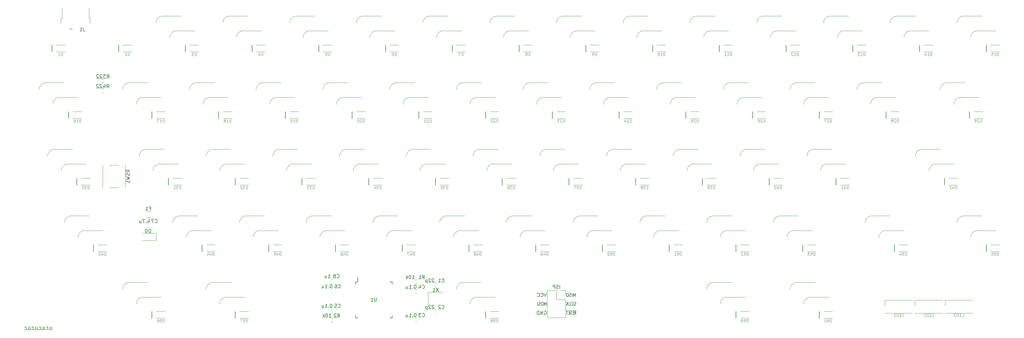
<source format=gbr>
%TF.GenerationSoftware,KiCad,Pcbnew,(6.0.1)*%
%TF.CreationDate,2022-02-05T13:44:02+09:00*%
%TF.ProjectId,yuiop60hh5,7975696f-7036-4306-9868-352e6b696361,5*%
%TF.SameCoordinates,Original*%
%TF.FileFunction,Legend,Bot*%
%TF.FilePolarity,Positive*%
%FSLAX46Y46*%
G04 Gerber Fmt 4.6, Leading zero omitted, Abs format (unit mm)*
G04 Created by KiCad (PCBNEW (6.0.1)) date 2022-02-05 13:44:02*
%MOMM*%
%LPD*%
G01*
G04 APERTURE LIST*
%ADD10C,0.150000*%
%ADD11C,0.120000*%
%ADD12C,0.180000*%
G04 APERTURE END LIST*
D10*
X81320238Y-191246744D02*
X81320238Y-191818173D01*
X81358333Y-191932459D01*
X81434523Y-192008649D01*
X81548809Y-192046744D01*
X81625000Y-192046744D01*
X80558333Y-192046744D02*
X80939285Y-192046744D01*
X80939285Y-191246744D01*
X79834523Y-191970554D02*
X79872619Y-192008649D01*
X79986904Y-192046744D01*
X80063095Y-192046744D01*
X80177380Y-192008649D01*
X80253571Y-191932459D01*
X80291666Y-191856268D01*
X80329761Y-191703887D01*
X80329761Y-191589601D01*
X80291666Y-191437220D01*
X80253571Y-191361030D01*
X80177380Y-191284840D01*
X80063095Y-191246744D01*
X79986904Y-191246744D01*
X79872619Y-191284840D01*
X79834523Y-191322935D01*
X79263095Y-191246744D02*
X79263095Y-191818173D01*
X79301190Y-191932459D01*
X79377380Y-192008649D01*
X79491666Y-192046744D01*
X79567857Y-192046744D01*
X78501190Y-192046744D02*
X78882142Y-192046744D01*
X78882142Y-191246744D01*
X77777380Y-191970554D02*
X77815476Y-192008649D01*
X77929761Y-192046744D01*
X78005952Y-192046744D01*
X78120238Y-192008649D01*
X78196428Y-191932459D01*
X78234523Y-191856268D01*
X78272619Y-191703887D01*
X78272619Y-191589601D01*
X78234523Y-191437220D01*
X78196428Y-191361030D01*
X78120238Y-191284840D01*
X78005952Y-191246744D01*
X77929761Y-191246744D01*
X77815476Y-191284840D01*
X77777380Y-191322935D01*
X77205952Y-191246744D02*
X77205952Y-191818173D01*
X77244047Y-191932459D01*
X77320238Y-192008649D01*
X77434523Y-192046744D01*
X77510714Y-192046744D01*
X76444047Y-192046744D02*
X76825000Y-192046744D01*
X76825000Y-191246744D01*
X75720238Y-191970554D02*
X75758333Y-192008649D01*
X75872619Y-192046744D01*
X75948809Y-192046744D01*
X76063095Y-192008649D01*
X76139285Y-191932459D01*
X76177380Y-191856268D01*
X76215476Y-191703887D01*
X76215476Y-191589601D01*
X76177380Y-191437220D01*
X76139285Y-191361030D01*
X76063095Y-191284840D01*
X75948809Y-191246744D01*
X75872619Y-191246744D01*
X75758333Y-191284840D01*
X75720238Y-191322935D01*
X75148809Y-191246744D02*
X75148809Y-191818173D01*
X75186904Y-191932459D01*
X75263095Y-192008649D01*
X75377380Y-192046744D01*
X75453571Y-192046744D01*
X74386904Y-192046744D02*
X74767857Y-192046744D01*
X74767857Y-191246744D01*
X73663095Y-191970554D02*
X73701190Y-192008649D01*
X73815476Y-192046744D01*
X73891666Y-192046744D01*
X74005952Y-192008649D01*
X74082142Y-191932459D01*
X74120238Y-191856268D01*
X74158333Y-191703887D01*
X74158333Y-191589601D01*
X74120238Y-191437220D01*
X74082142Y-191361030D01*
X74005952Y-191284840D01*
X73891666Y-191246744D01*
X73815476Y-191246744D01*
X73701190Y-191284840D01*
X73663095Y-191322935D01*
X230992380Y-185104761D02*
X230878095Y-185152380D01*
X230687619Y-185152380D01*
X230611428Y-185104761D01*
X230573333Y-185057142D01*
X230535238Y-184961904D01*
X230535238Y-184866666D01*
X230573333Y-184771428D01*
X230611428Y-184723809D01*
X230687619Y-184676190D01*
X230840000Y-184628571D01*
X230916190Y-184580952D01*
X230954285Y-184533333D01*
X230992380Y-184438095D01*
X230992380Y-184342857D01*
X230954285Y-184247619D01*
X230916190Y-184200000D01*
X230840000Y-184152380D01*
X230649523Y-184152380D01*
X230535238Y-184200000D01*
X229735238Y-185057142D02*
X229773333Y-185104761D01*
X229887619Y-185152380D01*
X229963809Y-185152380D01*
X230078095Y-185104761D01*
X230154285Y-185009523D01*
X230192380Y-184914285D01*
X230230476Y-184723809D01*
X230230476Y-184580952D01*
X230192380Y-184390476D01*
X230154285Y-184295238D01*
X230078095Y-184200000D01*
X229963809Y-184152380D01*
X229887619Y-184152380D01*
X229773333Y-184200000D01*
X229735238Y-184247619D01*
X229011428Y-185152380D02*
X229392380Y-185152380D01*
X229392380Y-184152380D01*
X228744761Y-185152380D02*
X228744761Y-184152380D01*
X228287619Y-185152380D02*
X228630476Y-184580952D01*
X228287619Y-184152380D02*
X228744761Y-184723809D01*
X222001904Y-186750000D02*
X222097142Y-186702380D01*
X222240000Y-186702380D01*
X222382857Y-186750000D01*
X222478095Y-186845238D01*
X222525714Y-186940476D01*
X222573333Y-187130952D01*
X222573333Y-187273809D01*
X222525714Y-187464285D01*
X222478095Y-187559523D01*
X222382857Y-187654761D01*
X222240000Y-187702380D01*
X222144761Y-187702380D01*
X222001904Y-187654761D01*
X221954285Y-187607142D01*
X221954285Y-187273809D01*
X222144761Y-187273809D01*
X221525714Y-187702380D02*
X221525714Y-186702380D01*
X220954285Y-187702380D01*
X220954285Y-186702380D01*
X220478095Y-187702380D02*
X220478095Y-186702380D01*
X220240000Y-186702380D01*
X220097142Y-186750000D01*
X220001904Y-186845238D01*
X219954285Y-186940476D01*
X219906666Y-187130952D01*
X219906666Y-187273809D01*
X219954285Y-187464285D01*
X220001904Y-187559523D01*
X220097142Y-187654761D01*
X220240000Y-187702380D01*
X220478095Y-187702380D01*
X222547142Y-185152380D02*
X222547142Y-184152380D01*
X222280476Y-184866666D01*
X222013809Y-184152380D01*
X222013809Y-185152380D01*
X221480476Y-184152380D02*
X221328095Y-184152380D01*
X221251904Y-184200000D01*
X221175714Y-184295238D01*
X221137619Y-184485714D01*
X221137619Y-184819047D01*
X221175714Y-185009523D01*
X221251904Y-185104761D01*
X221328095Y-185152380D01*
X221480476Y-185152380D01*
X221556666Y-185104761D01*
X221632857Y-185009523D01*
X221670952Y-184819047D01*
X221670952Y-184485714D01*
X221632857Y-184295238D01*
X221556666Y-184200000D01*
X221480476Y-184152380D01*
X220832857Y-185104761D02*
X220718571Y-185152380D01*
X220528095Y-185152380D01*
X220451904Y-185104761D01*
X220413809Y-185057142D01*
X220375714Y-184961904D01*
X220375714Y-184866666D01*
X220413809Y-184771428D01*
X220451904Y-184723809D01*
X220528095Y-184676190D01*
X220680476Y-184628571D01*
X220756666Y-184580952D01*
X220794761Y-184533333D01*
X220832857Y-184438095D01*
X220832857Y-184342857D01*
X220794761Y-184247619D01*
X220756666Y-184200000D01*
X220680476Y-184152380D01*
X220490000Y-184152380D01*
X220375714Y-184200000D01*
X220032857Y-185152380D02*
X220032857Y-184152380D01*
X230634047Y-187652380D02*
X230850714Y-187176190D01*
X231005476Y-187652380D02*
X231005476Y-186652380D01*
X230757857Y-186652380D01*
X230695952Y-186700000D01*
X230665000Y-186747619D01*
X230634047Y-186842857D01*
X230634047Y-186985714D01*
X230665000Y-187080952D01*
X230695952Y-187128571D01*
X230757857Y-187176190D01*
X231005476Y-187176190D01*
X230355476Y-187128571D02*
X230138809Y-187128571D01*
X230045952Y-187652380D02*
X230355476Y-187652380D01*
X230355476Y-186652380D01*
X230045952Y-186652380D01*
X229798333Y-187604761D02*
X229705476Y-187652380D01*
X229550714Y-187652380D01*
X229488809Y-187604761D01*
X229457857Y-187557142D01*
X229426904Y-187461904D01*
X229426904Y-187366666D01*
X229457857Y-187271428D01*
X229488809Y-187223809D01*
X229550714Y-187176190D01*
X229674523Y-187128571D01*
X229736428Y-187080952D01*
X229767380Y-187033333D01*
X229798333Y-186938095D01*
X229798333Y-186842857D01*
X229767380Y-186747619D01*
X229736428Y-186700000D01*
X229674523Y-186652380D01*
X229519761Y-186652380D01*
X229426904Y-186700000D01*
X229148333Y-187128571D02*
X228931666Y-187128571D01*
X228838809Y-187652380D02*
X229148333Y-187652380D01*
X229148333Y-186652380D01*
X228838809Y-186652380D01*
X228653095Y-186652380D02*
X228281666Y-186652380D01*
X228467380Y-187652380D02*
X228467380Y-186652380D01*
X222573333Y-181602380D02*
X222240000Y-182602380D01*
X221906666Y-181602380D01*
X221001904Y-182507142D02*
X221049523Y-182554761D01*
X221192380Y-182602380D01*
X221287619Y-182602380D01*
X221430476Y-182554761D01*
X221525714Y-182459523D01*
X221573333Y-182364285D01*
X221620952Y-182173809D01*
X221620952Y-182030952D01*
X221573333Y-181840476D01*
X221525714Y-181745238D01*
X221430476Y-181650000D01*
X221287619Y-181602380D01*
X221192380Y-181602380D01*
X221049523Y-181650000D01*
X221001904Y-181697619D01*
X220001904Y-182507142D02*
X220049523Y-182554761D01*
X220192380Y-182602380D01*
X220287619Y-182602380D01*
X220430476Y-182554761D01*
X220525714Y-182459523D01*
X220573333Y-182364285D01*
X220620952Y-182173809D01*
X220620952Y-182030952D01*
X220573333Y-181840476D01*
X220525714Y-181745238D01*
X220430476Y-181650000D01*
X220287619Y-181602380D01*
X220192380Y-181602380D01*
X220049523Y-181650000D01*
X220001904Y-181697619D01*
X230847142Y-182602380D02*
X230847142Y-181602380D01*
X230580476Y-182316666D01*
X230313809Y-181602380D01*
X230313809Y-182602380D01*
X229932857Y-182602380D02*
X229932857Y-181602380D01*
X229590000Y-182554761D02*
X229475714Y-182602380D01*
X229285238Y-182602380D01*
X229209047Y-182554761D01*
X229170952Y-182507142D01*
X229132857Y-182411904D01*
X229132857Y-182316666D01*
X229170952Y-182221428D01*
X229209047Y-182173809D01*
X229285238Y-182126190D01*
X229437619Y-182078571D01*
X229513809Y-182030952D01*
X229551904Y-181983333D01*
X229590000Y-181888095D01*
X229590000Y-181792857D01*
X229551904Y-181697619D01*
X229513809Y-181650000D01*
X229437619Y-181602380D01*
X229247142Y-181602380D01*
X229132857Y-181650000D01*
X228637619Y-181602380D02*
X228485238Y-181602380D01*
X228409047Y-181650000D01*
X228332857Y-181745238D01*
X228294761Y-181935714D01*
X228294761Y-182269047D01*
X228332857Y-182459523D01*
X228409047Y-182554761D01*
X228485238Y-182602380D01*
X228637619Y-182602380D01*
X228713809Y-182554761D01*
X228790000Y-182459523D01*
X228828095Y-182269047D01*
X228828095Y-181935714D01*
X228790000Y-181745238D01*
X228713809Y-181650000D01*
X228637619Y-181602380D01*
D11*
%TO.C,LED1*%
X324005238Y-188302904D02*
X324386190Y-188302904D01*
X324386190Y-187502904D01*
X323738571Y-187883857D02*
X323471904Y-187883857D01*
X323357619Y-188302904D02*
X323738571Y-188302904D01*
X323738571Y-187502904D01*
X323357619Y-187502904D01*
X323014761Y-188302904D02*
X323014761Y-187502904D01*
X322824285Y-187502904D01*
X322710000Y-187541000D01*
X322633809Y-187617190D01*
X322595714Y-187693380D01*
X322557619Y-187845761D01*
X322557619Y-187960047D01*
X322595714Y-188112428D01*
X322633809Y-188188619D01*
X322710000Y-188264809D01*
X322824285Y-188302904D01*
X323014761Y-188302904D01*
X321795714Y-188302904D02*
X322252857Y-188302904D01*
X322024285Y-188302904D02*
X322024285Y-187502904D01*
X322100476Y-187617190D01*
X322176666Y-187693380D01*
X322252857Y-187731476D01*
%TO.C,LED2*%
X332572238Y-188302904D02*
X332953190Y-188302904D01*
X332953190Y-187502904D01*
X332305571Y-187883857D02*
X332038904Y-187883857D01*
X331924619Y-188302904D02*
X332305571Y-188302904D01*
X332305571Y-187502904D01*
X331924619Y-187502904D01*
X331581761Y-188302904D02*
X331581761Y-187502904D01*
X331391285Y-187502904D01*
X331277000Y-187541000D01*
X331200809Y-187617190D01*
X331162714Y-187693380D01*
X331124619Y-187845761D01*
X331124619Y-187960047D01*
X331162714Y-188112428D01*
X331200809Y-188188619D01*
X331277000Y-188264809D01*
X331391285Y-188302904D01*
X331581761Y-188302904D01*
X330819857Y-187579095D02*
X330781761Y-187541000D01*
X330705571Y-187502904D01*
X330515095Y-187502904D01*
X330438904Y-187541000D01*
X330400809Y-187579095D01*
X330362714Y-187655285D01*
X330362714Y-187731476D01*
X330400809Y-187845761D01*
X330857952Y-188302904D01*
X330362714Y-188302904D01*
%TO.C,D47*%
X184896428Y-170803154D02*
X184896428Y-170003154D01*
X184705952Y-170003154D01*
X184591666Y-170041250D01*
X184515476Y-170117440D01*
X184477380Y-170193630D01*
X184439285Y-170346011D01*
X184439285Y-170460297D01*
X184477380Y-170612678D01*
X184515476Y-170688869D01*
X184591666Y-170765059D01*
X184705952Y-170803154D01*
X184896428Y-170803154D01*
X183753571Y-170269821D02*
X183753571Y-170803154D01*
X183944047Y-169965059D02*
X184134523Y-170536488D01*
X183639285Y-170536488D01*
X183410714Y-170003154D02*
X182877380Y-170003154D01*
X183220238Y-170803154D01*
%TO.C,D44*%
X127746428Y-170803154D02*
X127746428Y-170003154D01*
X127555952Y-170003154D01*
X127441666Y-170041250D01*
X127365476Y-170117440D01*
X127327380Y-170193630D01*
X127289285Y-170346011D01*
X127289285Y-170460297D01*
X127327380Y-170612678D01*
X127365476Y-170688869D01*
X127441666Y-170765059D01*
X127555952Y-170803154D01*
X127746428Y-170803154D01*
X126603571Y-170269821D02*
X126603571Y-170803154D01*
X126794047Y-169965059D02*
X126984523Y-170536488D01*
X126489285Y-170536488D01*
X125841666Y-170269821D02*
X125841666Y-170803154D01*
X126032142Y-169965059D02*
X126222619Y-170536488D01*
X125727380Y-170536488D01*
%TO.C,D42*%
X339677678Y-151753154D02*
X339677678Y-150953154D01*
X339487202Y-150953154D01*
X339372916Y-150991250D01*
X339296726Y-151067440D01*
X339258630Y-151143630D01*
X339220535Y-151296011D01*
X339220535Y-151410297D01*
X339258630Y-151562678D01*
X339296726Y-151638869D01*
X339372916Y-151715059D01*
X339487202Y-151753154D01*
X339677678Y-151753154D01*
X338534821Y-151219821D02*
X338534821Y-151753154D01*
X338725297Y-150915059D02*
X338915773Y-151486488D01*
X338420535Y-151486488D01*
X338153869Y-151029345D02*
X338115773Y-150991250D01*
X338039583Y-150953154D01*
X337849107Y-150953154D01*
X337772916Y-150991250D01*
X337734821Y-151029345D01*
X337696726Y-151105535D01*
X337696726Y-151181726D01*
X337734821Y-151296011D01*
X338191964Y-151753154D01*
X337696726Y-151753154D01*
%TO.C,D35*%
X194421428Y-151753154D02*
X194421428Y-150953154D01*
X194230952Y-150953154D01*
X194116666Y-150991250D01*
X194040476Y-151067440D01*
X194002380Y-151143630D01*
X193964285Y-151296011D01*
X193964285Y-151410297D01*
X194002380Y-151562678D01*
X194040476Y-151638869D01*
X194116666Y-151715059D01*
X194230952Y-151753154D01*
X194421428Y-151753154D01*
X193697619Y-150953154D02*
X193202380Y-150953154D01*
X193469047Y-151257916D01*
X193354761Y-151257916D01*
X193278571Y-151296011D01*
X193240476Y-151334107D01*
X193202380Y-151410297D01*
X193202380Y-151600773D01*
X193240476Y-151676964D01*
X193278571Y-151715059D01*
X193354761Y-151753154D01*
X193583333Y-151753154D01*
X193659523Y-151715059D01*
X193697619Y-151676964D01*
X192478571Y-150953154D02*
X192859523Y-150953154D01*
X192897619Y-151334107D01*
X192859523Y-151296011D01*
X192783333Y-151257916D01*
X192592857Y-151257916D01*
X192516666Y-151296011D01*
X192478571Y-151334107D01*
X192440476Y-151410297D01*
X192440476Y-151600773D01*
X192478571Y-151676964D01*
X192516666Y-151715059D01*
X192592857Y-151753154D01*
X192783333Y-151753154D01*
X192859523Y-151715059D01*
X192897619Y-151676964D01*
%TO.C,D41*%
X308721428Y-151753154D02*
X308721428Y-150953154D01*
X308530952Y-150953154D01*
X308416666Y-150991250D01*
X308340476Y-151067440D01*
X308302380Y-151143630D01*
X308264285Y-151296011D01*
X308264285Y-151410297D01*
X308302380Y-151562678D01*
X308340476Y-151638869D01*
X308416666Y-151715059D01*
X308530952Y-151753154D01*
X308721428Y-151753154D01*
X307578571Y-151219821D02*
X307578571Y-151753154D01*
X307769047Y-150915059D02*
X307959523Y-151486488D01*
X307464285Y-151486488D01*
X306740476Y-151753154D02*
X307197619Y-151753154D01*
X306969047Y-151753154D02*
X306969047Y-150953154D01*
X307045238Y-151067440D01*
X307121428Y-151143630D01*
X307197619Y-151181726D01*
%TO.C,D40*%
X289671428Y-151753154D02*
X289671428Y-150953154D01*
X289480952Y-150953154D01*
X289366666Y-150991250D01*
X289290476Y-151067440D01*
X289252380Y-151143630D01*
X289214285Y-151296011D01*
X289214285Y-151410297D01*
X289252380Y-151562678D01*
X289290476Y-151638869D01*
X289366666Y-151715059D01*
X289480952Y-151753154D01*
X289671428Y-151753154D01*
X288528571Y-151219821D02*
X288528571Y-151753154D01*
X288719047Y-150915059D02*
X288909523Y-151486488D01*
X288414285Y-151486488D01*
X287957142Y-150953154D02*
X287880952Y-150953154D01*
X287804761Y-150991250D01*
X287766666Y-151029345D01*
X287728571Y-151105535D01*
X287690476Y-151257916D01*
X287690476Y-151448392D01*
X287728571Y-151600773D01*
X287766666Y-151676964D01*
X287804761Y-151715059D01*
X287880952Y-151753154D01*
X287957142Y-151753154D01*
X288033333Y-151715059D01*
X288071428Y-151676964D01*
X288109523Y-151600773D01*
X288147619Y-151448392D01*
X288147619Y-151257916D01*
X288109523Y-151105535D01*
X288071428Y-151029345D01*
X288033333Y-150991250D01*
X287957142Y-150953154D01*
%TO.C,D38*%
X251571428Y-151753154D02*
X251571428Y-150953154D01*
X251380952Y-150953154D01*
X251266666Y-150991250D01*
X251190476Y-151067440D01*
X251152380Y-151143630D01*
X251114285Y-151296011D01*
X251114285Y-151410297D01*
X251152380Y-151562678D01*
X251190476Y-151638869D01*
X251266666Y-151715059D01*
X251380952Y-151753154D01*
X251571428Y-151753154D01*
X250847619Y-150953154D02*
X250352380Y-150953154D01*
X250619047Y-151257916D01*
X250504761Y-151257916D01*
X250428571Y-151296011D01*
X250390476Y-151334107D01*
X250352380Y-151410297D01*
X250352380Y-151600773D01*
X250390476Y-151676964D01*
X250428571Y-151715059D01*
X250504761Y-151753154D01*
X250733333Y-151753154D01*
X250809523Y-151715059D01*
X250847619Y-151676964D01*
X249895238Y-151296011D02*
X249971428Y-151257916D01*
X250009523Y-151219821D01*
X250047619Y-151143630D01*
X250047619Y-151105535D01*
X250009523Y-151029345D01*
X249971428Y-150991250D01*
X249895238Y-150953154D01*
X249742857Y-150953154D01*
X249666666Y-150991250D01*
X249628571Y-151029345D01*
X249590476Y-151105535D01*
X249590476Y-151143630D01*
X249628571Y-151219821D01*
X249666666Y-151257916D01*
X249742857Y-151296011D01*
X249895238Y-151296011D01*
X249971428Y-151334107D01*
X250009523Y-151372202D01*
X250047619Y-151448392D01*
X250047619Y-151600773D01*
X250009523Y-151676964D01*
X249971428Y-151715059D01*
X249895238Y-151753154D01*
X249742857Y-151753154D01*
X249666666Y-151715059D01*
X249628571Y-151676964D01*
X249590476Y-151600773D01*
X249590476Y-151448392D01*
X249628571Y-151372202D01*
X249666666Y-151334107D01*
X249742857Y-151296011D01*
%TO.C,D49*%
X222996428Y-170803154D02*
X222996428Y-170003154D01*
X222805952Y-170003154D01*
X222691666Y-170041250D01*
X222615476Y-170117440D01*
X222577380Y-170193630D01*
X222539285Y-170346011D01*
X222539285Y-170460297D01*
X222577380Y-170612678D01*
X222615476Y-170688869D01*
X222691666Y-170765059D01*
X222805952Y-170803154D01*
X222996428Y-170803154D01*
X221853571Y-170269821D02*
X221853571Y-170803154D01*
X222044047Y-169965059D02*
X222234523Y-170536488D01*
X221739285Y-170536488D01*
X221396428Y-170803154D02*
X221244047Y-170803154D01*
X221167857Y-170765059D01*
X221129761Y-170726964D01*
X221053571Y-170612678D01*
X221015476Y-170460297D01*
X221015476Y-170155535D01*
X221053571Y-170079345D01*
X221091666Y-170041250D01*
X221167857Y-170003154D01*
X221320238Y-170003154D01*
X221396428Y-170041250D01*
X221434523Y-170079345D01*
X221472619Y-170155535D01*
X221472619Y-170346011D01*
X221434523Y-170422202D01*
X221396428Y-170460297D01*
X221320238Y-170498392D01*
X221167857Y-170498392D01*
X221091666Y-170460297D01*
X221053571Y-170422202D01*
X221015476Y-170346011D01*
%TO.C,D52*%
X280146428Y-170803154D02*
X280146428Y-170003154D01*
X279955952Y-170003154D01*
X279841666Y-170041250D01*
X279765476Y-170117440D01*
X279727380Y-170193630D01*
X279689285Y-170346011D01*
X279689285Y-170460297D01*
X279727380Y-170612678D01*
X279765476Y-170688869D01*
X279841666Y-170765059D01*
X279955952Y-170803154D01*
X280146428Y-170803154D01*
X278965476Y-170003154D02*
X279346428Y-170003154D01*
X279384523Y-170384107D01*
X279346428Y-170346011D01*
X279270238Y-170307916D01*
X279079761Y-170307916D01*
X279003571Y-170346011D01*
X278965476Y-170384107D01*
X278927380Y-170460297D01*
X278927380Y-170650773D01*
X278965476Y-170726964D01*
X279003571Y-170765059D01*
X279079761Y-170803154D01*
X279270238Y-170803154D01*
X279346428Y-170765059D01*
X279384523Y-170726964D01*
X278622619Y-170079345D02*
X278584523Y-170041250D01*
X278508333Y-170003154D01*
X278317857Y-170003154D01*
X278241666Y-170041250D01*
X278203571Y-170079345D01*
X278165476Y-170155535D01*
X278165476Y-170231726D01*
X278203571Y-170346011D01*
X278660714Y-170803154D01*
X278165476Y-170803154D01*
%TO.C,D59*%
X280146428Y-189852904D02*
X280146428Y-189052904D01*
X279955952Y-189052904D01*
X279841666Y-189091000D01*
X279765476Y-189167190D01*
X279727380Y-189243380D01*
X279689285Y-189395761D01*
X279689285Y-189510047D01*
X279727380Y-189662428D01*
X279765476Y-189738619D01*
X279841666Y-189814809D01*
X279955952Y-189852904D01*
X280146428Y-189852904D01*
X278965476Y-189052904D02*
X279346428Y-189052904D01*
X279384523Y-189433857D01*
X279346428Y-189395761D01*
X279270238Y-189357666D01*
X279079761Y-189357666D01*
X279003571Y-189395761D01*
X278965476Y-189433857D01*
X278927380Y-189510047D01*
X278927380Y-189700523D01*
X278965476Y-189776714D01*
X279003571Y-189814809D01*
X279079761Y-189852904D01*
X279270238Y-189852904D01*
X279346428Y-189814809D01*
X279384523Y-189776714D01*
X278546428Y-189852904D02*
X278394047Y-189852904D01*
X278317857Y-189814809D01*
X278279761Y-189776714D01*
X278203571Y-189662428D01*
X278165476Y-189510047D01*
X278165476Y-189205285D01*
X278203571Y-189129095D01*
X278241666Y-189091000D01*
X278317857Y-189052904D01*
X278470238Y-189052904D01*
X278546428Y-189091000D01*
X278584523Y-189129095D01*
X278622619Y-189205285D01*
X278622619Y-189395761D01*
X278584523Y-189471952D01*
X278546428Y-189510047D01*
X278470238Y-189548142D01*
X278317857Y-189548142D01*
X278241666Y-189510047D01*
X278203571Y-189471952D01*
X278165476Y-189395761D01*
%TO.C,D53*%
X299196428Y-170803154D02*
X299196428Y-170003154D01*
X299005952Y-170003154D01*
X298891666Y-170041250D01*
X298815476Y-170117440D01*
X298777380Y-170193630D01*
X298739285Y-170346011D01*
X298739285Y-170460297D01*
X298777380Y-170612678D01*
X298815476Y-170688869D01*
X298891666Y-170765059D01*
X299005952Y-170803154D01*
X299196428Y-170803154D01*
X298015476Y-170003154D02*
X298396428Y-170003154D01*
X298434523Y-170384107D01*
X298396428Y-170346011D01*
X298320238Y-170307916D01*
X298129761Y-170307916D01*
X298053571Y-170346011D01*
X298015476Y-170384107D01*
X297977380Y-170460297D01*
X297977380Y-170650773D01*
X298015476Y-170726964D01*
X298053571Y-170765059D01*
X298129761Y-170803154D01*
X298320238Y-170803154D01*
X298396428Y-170765059D01*
X298434523Y-170726964D01*
X297710714Y-170003154D02*
X297215476Y-170003154D01*
X297482142Y-170307916D01*
X297367857Y-170307916D01*
X297291666Y-170346011D01*
X297253571Y-170384107D01*
X297215476Y-170460297D01*
X297215476Y-170650773D01*
X297253571Y-170726964D01*
X297291666Y-170765059D01*
X297367857Y-170803154D01*
X297596428Y-170803154D01*
X297672619Y-170765059D01*
X297710714Y-170726964D01*
%TO.C,D58*%
X208708928Y-189852904D02*
X208708928Y-189052904D01*
X208518452Y-189052904D01*
X208404166Y-189091000D01*
X208327976Y-189167190D01*
X208289880Y-189243380D01*
X208251785Y-189395761D01*
X208251785Y-189510047D01*
X208289880Y-189662428D01*
X208327976Y-189738619D01*
X208404166Y-189814809D01*
X208518452Y-189852904D01*
X208708928Y-189852904D01*
X207527976Y-189052904D02*
X207908928Y-189052904D01*
X207947023Y-189433857D01*
X207908928Y-189395761D01*
X207832738Y-189357666D01*
X207642261Y-189357666D01*
X207566071Y-189395761D01*
X207527976Y-189433857D01*
X207489880Y-189510047D01*
X207489880Y-189700523D01*
X207527976Y-189776714D01*
X207566071Y-189814809D01*
X207642261Y-189852904D01*
X207832738Y-189852904D01*
X207908928Y-189814809D01*
X207947023Y-189776714D01*
X207032738Y-189395761D02*
X207108928Y-189357666D01*
X207147023Y-189319571D01*
X207185119Y-189243380D01*
X207185119Y-189205285D01*
X207147023Y-189129095D01*
X207108928Y-189091000D01*
X207032738Y-189052904D01*
X206880357Y-189052904D01*
X206804166Y-189091000D01*
X206766071Y-189129095D01*
X206727976Y-189205285D01*
X206727976Y-189243380D01*
X206766071Y-189319571D01*
X206804166Y-189357666D01*
X206880357Y-189395761D01*
X207032738Y-189395761D01*
X207108928Y-189433857D01*
X207147023Y-189471952D01*
X207185119Y-189548142D01*
X207185119Y-189700523D01*
X207147023Y-189776714D01*
X207108928Y-189814809D01*
X207032738Y-189852904D01*
X206880357Y-189852904D01*
X206804166Y-189814809D01*
X206766071Y-189776714D01*
X206727976Y-189700523D01*
X206727976Y-189548142D01*
X206766071Y-189471952D01*
X206804166Y-189433857D01*
X206880357Y-189395761D01*
%TO.C,D57*%
X137271428Y-189852904D02*
X137271428Y-189052904D01*
X137080952Y-189052904D01*
X136966666Y-189091000D01*
X136890476Y-189167190D01*
X136852380Y-189243380D01*
X136814285Y-189395761D01*
X136814285Y-189510047D01*
X136852380Y-189662428D01*
X136890476Y-189738619D01*
X136966666Y-189814809D01*
X137080952Y-189852904D01*
X137271428Y-189852904D01*
X136090476Y-189052904D02*
X136471428Y-189052904D01*
X136509523Y-189433857D01*
X136471428Y-189395761D01*
X136395238Y-189357666D01*
X136204761Y-189357666D01*
X136128571Y-189395761D01*
X136090476Y-189433857D01*
X136052380Y-189510047D01*
X136052380Y-189700523D01*
X136090476Y-189776714D01*
X136128571Y-189814809D01*
X136204761Y-189852904D01*
X136395238Y-189852904D01*
X136471428Y-189814809D01*
X136509523Y-189776714D01*
X135785714Y-189052904D02*
X135252380Y-189052904D01*
X135595238Y-189852904D01*
%TO.C,D50*%
X242046428Y-170803154D02*
X242046428Y-170003154D01*
X241855952Y-170003154D01*
X241741666Y-170041250D01*
X241665476Y-170117440D01*
X241627380Y-170193630D01*
X241589285Y-170346011D01*
X241589285Y-170460297D01*
X241627380Y-170612678D01*
X241665476Y-170688869D01*
X241741666Y-170765059D01*
X241855952Y-170803154D01*
X242046428Y-170803154D01*
X240865476Y-170003154D02*
X241246428Y-170003154D01*
X241284523Y-170384107D01*
X241246428Y-170346011D01*
X241170238Y-170307916D01*
X240979761Y-170307916D01*
X240903571Y-170346011D01*
X240865476Y-170384107D01*
X240827380Y-170460297D01*
X240827380Y-170650773D01*
X240865476Y-170726964D01*
X240903571Y-170765059D01*
X240979761Y-170803154D01*
X241170238Y-170803154D01*
X241246428Y-170765059D01*
X241284523Y-170726964D01*
X240332142Y-170003154D02*
X240255952Y-170003154D01*
X240179761Y-170041250D01*
X240141666Y-170079345D01*
X240103571Y-170155535D01*
X240065476Y-170307916D01*
X240065476Y-170498392D01*
X240103571Y-170650773D01*
X240141666Y-170726964D01*
X240179761Y-170765059D01*
X240255952Y-170803154D01*
X240332142Y-170803154D01*
X240408333Y-170765059D01*
X240446428Y-170726964D01*
X240484523Y-170650773D01*
X240522619Y-170498392D01*
X240522619Y-170307916D01*
X240484523Y-170155535D01*
X240446428Y-170079345D01*
X240408333Y-170041250D01*
X240332142Y-170003154D01*
%TO.C,D56*%
X113458928Y-189852904D02*
X113458928Y-189052904D01*
X113268452Y-189052904D01*
X113154166Y-189091000D01*
X113077976Y-189167190D01*
X113039880Y-189243380D01*
X113001785Y-189395761D01*
X113001785Y-189510047D01*
X113039880Y-189662428D01*
X113077976Y-189738619D01*
X113154166Y-189814809D01*
X113268452Y-189852904D01*
X113458928Y-189852904D01*
X112277976Y-189052904D02*
X112658928Y-189052904D01*
X112697023Y-189433857D01*
X112658928Y-189395761D01*
X112582738Y-189357666D01*
X112392261Y-189357666D01*
X112316071Y-189395761D01*
X112277976Y-189433857D01*
X112239880Y-189510047D01*
X112239880Y-189700523D01*
X112277976Y-189776714D01*
X112316071Y-189814809D01*
X112392261Y-189852904D01*
X112582738Y-189852904D01*
X112658928Y-189814809D01*
X112697023Y-189776714D01*
X111554166Y-189052904D02*
X111706547Y-189052904D01*
X111782738Y-189091000D01*
X111820833Y-189129095D01*
X111897023Y-189243380D01*
X111935119Y-189395761D01*
X111935119Y-189700523D01*
X111897023Y-189776714D01*
X111858928Y-189814809D01*
X111782738Y-189852904D01*
X111630357Y-189852904D01*
X111554166Y-189814809D01*
X111516071Y-189776714D01*
X111477976Y-189700523D01*
X111477976Y-189510047D01*
X111516071Y-189433857D01*
X111554166Y-189395761D01*
X111630357Y-189357666D01*
X111782738Y-189357666D01*
X111858928Y-189395761D01*
X111897023Y-189433857D01*
X111935119Y-189510047D01*
%TO.C,D43*%
X96790178Y-170803154D02*
X96790178Y-170003154D01*
X96599702Y-170003154D01*
X96485416Y-170041250D01*
X96409226Y-170117440D01*
X96371130Y-170193630D01*
X96333035Y-170346011D01*
X96333035Y-170460297D01*
X96371130Y-170612678D01*
X96409226Y-170688869D01*
X96485416Y-170765059D01*
X96599702Y-170803154D01*
X96790178Y-170803154D01*
X95647321Y-170269821D02*
X95647321Y-170803154D01*
X95837797Y-169965059D02*
X96028273Y-170536488D01*
X95533035Y-170536488D01*
X95304464Y-170003154D02*
X94809226Y-170003154D01*
X95075892Y-170307916D01*
X94961607Y-170307916D01*
X94885416Y-170346011D01*
X94847321Y-170384107D01*
X94809226Y-170460297D01*
X94809226Y-170650773D01*
X94847321Y-170726964D01*
X94885416Y-170765059D01*
X94961607Y-170803154D01*
X95190178Y-170803154D01*
X95266369Y-170765059D01*
X95304464Y-170726964D01*
%TO.C,D55*%
X351583928Y-170803154D02*
X351583928Y-170003154D01*
X351393452Y-170003154D01*
X351279166Y-170041250D01*
X351202976Y-170117440D01*
X351164880Y-170193630D01*
X351126785Y-170346011D01*
X351126785Y-170460297D01*
X351164880Y-170612678D01*
X351202976Y-170688869D01*
X351279166Y-170765059D01*
X351393452Y-170803154D01*
X351583928Y-170803154D01*
X350402976Y-170003154D02*
X350783928Y-170003154D01*
X350822023Y-170384107D01*
X350783928Y-170346011D01*
X350707738Y-170307916D01*
X350517261Y-170307916D01*
X350441071Y-170346011D01*
X350402976Y-170384107D01*
X350364880Y-170460297D01*
X350364880Y-170650773D01*
X350402976Y-170726964D01*
X350441071Y-170765059D01*
X350517261Y-170803154D01*
X350707738Y-170803154D01*
X350783928Y-170765059D01*
X350822023Y-170726964D01*
X349641071Y-170003154D02*
X350022023Y-170003154D01*
X350060119Y-170384107D01*
X350022023Y-170346011D01*
X349945833Y-170307916D01*
X349755357Y-170307916D01*
X349679166Y-170346011D01*
X349641071Y-170384107D01*
X349602976Y-170460297D01*
X349602976Y-170650773D01*
X349641071Y-170726964D01*
X349679166Y-170765059D01*
X349755357Y-170803154D01*
X349945833Y-170803154D01*
X350022023Y-170765059D01*
X350060119Y-170726964D01*
%TO.C,D54*%
X325390178Y-170803154D02*
X325390178Y-170003154D01*
X325199702Y-170003154D01*
X325085416Y-170041250D01*
X325009226Y-170117440D01*
X324971130Y-170193630D01*
X324933035Y-170346011D01*
X324933035Y-170460297D01*
X324971130Y-170612678D01*
X325009226Y-170688869D01*
X325085416Y-170765059D01*
X325199702Y-170803154D01*
X325390178Y-170803154D01*
X324209226Y-170003154D02*
X324590178Y-170003154D01*
X324628273Y-170384107D01*
X324590178Y-170346011D01*
X324513988Y-170307916D01*
X324323511Y-170307916D01*
X324247321Y-170346011D01*
X324209226Y-170384107D01*
X324171130Y-170460297D01*
X324171130Y-170650773D01*
X324209226Y-170726964D01*
X324247321Y-170765059D01*
X324323511Y-170803154D01*
X324513988Y-170803154D01*
X324590178Y-170765059D01*
X324628273Y-170726964D01*
X323485416Y-170269821D02*
X323485416Y-170803154D01*
X323675892Y-169965059D02*
X323866369Y-170536488D01*
X323371130Y-170536488D01*
%TO.C,D51*%
X261096428Y-170803154D02*
X261096428Y-170003154D01*
X260905952Y-170003154D01*
X260791666Y-170041250D01*
X260715476Y-170117440D01*
X260677380Y-170193630D01*
X260639285Y-170346011D01*
X260639285Y-170460297D01*
X260677380Y-170612678D01*
X260715476Y-170688869D01*
X260791666Y-170765059D01*
X260905952Y-170803154D01*
X261096428Y-170803154D01*
X259915476Y-170003154D02*
X260296428Y-170003154D01*
X260334523Y-170384107D01*
X260296428Y-170346011D01*
X260220238Y-170307916D01*
X260029761Y-170307916D01*
X259953571Y-170346011D01*
X259915476Y-170384107D01*
X259877380Y-170460297D01*
X259877380Y-170650773D01*
X259915476Y-170726964D01*
X259953571Y-170765059D01*
X260029761Y-170803154D01*
X260220238Y-170803154D01*
X260296428Y-170765059D01*
X260334523Y-170726964D01*
X259115476Y-170803154D02*
X259572619Y-170803154D01*
X259344047Y-170803154D02*
X259344047Y-170003154D01*
X259420238Y-170117440D01*
X259496428Y-170193630D01*
X259572619Y-170231726D01*
%TO.C,D46*%
X165846428Y-170803154D02*
X165846428Y-170003154D01*
X165655952Y-170003154D01*
X165541666Y-170041250D01*
X165465476Y-170117440D01*
X165427380Y-170193630D01*
X165389285Y-170346011D01*
X165389285Y-170460297D01*
X165427380Y-170612678D01*
X165465476Y-170688869D01*
X165541666Y-170765059D01*
X165655952Y-170803154D01*
X165846428Y-170803154D01*
X164703571Y-170269821D02*
X164703571Y-170803154D01*
X164894047Y-169965059D02*
X165084523Y-170536488D01*
X164589285Y-170536488D01*
X163941666Y-170003154D02*
X164094047Y-170003154D01*
X164170238Y-170041250D01*
X164208333Y-170079345D01*
X164284523Y-170193630D01*
X164322619Y-170346011D01*
X164322619Y-170650773D01*
X164284523Y-170726964D01*
X164246428Y-170765059D01*
X164170238Y-170803154D01*
X164017857Y-170803154D01*
X163941666Y-170765059D01*
X163903571Y-170726964D01*
X163865476Y-170650773D01*
X163865476Y-170460297D01*
X163903571Y-170384107D01*
X163941666Y-170346011D01*
X164017857Y-170307916D01*
X164170238Y-170307916D01*
X164246428Y-170346011D01*
X164284523Y-170384107D01*
X164322619Y-170460297D01*
%TO.C,D45*%
X146796428Y-170803154D02*
X146796428Y-170003154D01*
X146605952Y-170003154D01*
X146491666Y-170041250D01*
X146415476Y-170117440D01*
X146377380Y-170193630D01*
X146339285Y-170346011D01*
X146339285Y-170460297D01*
X146377380Y-170612678D01*
X146415476Y-170688869D01*
X146491666Y-170765059D01*
X146605952Y-170803154D01*
X146796428Y-170803154D01*
X145653571Y-170269821D02*
X145653571Y-170803154D01*
X145844047Y-169965059D02*
X146034523Y-170536488D01*
X145539285Y-170536488D01*
X144853571Y-170003154D02*
X145234523Y-170003154D01*
X145272619Y-170384107D01*
X145234523Y-170346011D01*
X145158333Y-170307916D01*
X144967857Y-170307916D01*
X144891666Y-170346011D01*
X144853571Y-170384107D01*
X144815476Y-170460297D01*
X144815476Y-170650773D01*
X144853571Y-170726964D01*
X144891666Y-170765059D01*
X144967857Y-170803154D01*
X145158333Y-170803154D01*
X145234523Y-170765059D01*
X145272619Y-170726964D01*
%TO.C,D39*%
X270621428Y-151753154D02*
X270621428Y-150953154D01*
X270430952Y-150953154D01*
X270316666Y-150991250D01*
X270240476Y-151067440D01*
X270202380Y-151143630D01*
X270164285Y-151296011D01*
X270164285Y-151410297D01*
X270202380Y-151562678D01*
X270240476Y-151638869D01*
X270316666Y-151715059D01*
X270430952Y-151753154D01*
X270621428Y-151753154D01*
X269897619Y-150953154D02*
X269402380Y-150953154D01*
X269669047Y-151257916D01*
X269554761Y-151257916D01*
X269478571Y-151296011D01*
X269440476Y-151334107D01*
X269402380Y-151410297D01*
X269402380Y-151600773D01*
X269440476Y-151676964D01*
X269478571Y-151715059D01*
X269554761Y-151753154D01*
X269783333Y-151753154D01*
X269859523Y-151715059D01*
X269897619Y-151676964D01*
X269021428Y-151753154D02*
X268869047Y-151753154D01*
X268792857Y-151715059D01*
X268754761Y-151676964D01*
X268678571Y-151562678D01*
X268640476Y-151410297D01*
X268640476Y-151105535D01*
X268678571Y-151029345D01*
X268716666Y-150991250D01*
X268792857Y-150953154D01*
X268945238Y-150953154D01*
X269021428Y-150991250D01*
X269059523Y-151029345D01*
X269097619Y-151105535D01*
X269097619Y-151296011D01*
X269059523Y-151372202D01*
X269021428Y-151410297D01*
X268945238Y-151448392D01*
X268792857Y-151448392D01*
X268716666Y-151410297D01*
X268678571Y-151372202D01*
X268640476Y-151296011D01*
%TO.C,D37*%
X232521428Y-151753154D02*
X232521428Y-150953154D01*
X232330952Y-150953154D01*
X232216666Y-150991250D01*
X232140476Y-151067440D01*
X232102380Y-151143630D01*
X232064285Y-151296011D01*
X232064285Y-151410297D01*
X232102380Y-151562678D01*
X232140476Y-151638869D01*
X232216666Y-151715059D01*
X232330952Y-151753154D01*
X232521428Y-151753154D01*
X231797619Y-150953154D02*
X231302380Y-150953154D01*
X231569047Y-151257916D01*
X231454761Y-151257916D01*
X231378571Y-151296011D01*
X231340476Y-151334107D01*
X231302380Y-151410297D01*
X231302380Y-151600773D01*
X231340476Y-151676964D01*
X231378571Y-151715059D01*
X231454761Y-151753154D01*
X231683333Y-151753154D01*
X231759523Y-151715059D01*
X231797619Y-151676964D01*
X231035714Y-150953154D02*
X230502380Y-150953154D01*
X230845238Y-151753154D01*
%TO.C,D30*%
X92027678Y-151753154D02*
X92027678Y-150953154D01*
X91837202Y-150953154D01*
X91722916Y-150991250D01*
X91646726Y-151067440D01*
X91608630Y-151143630D01*
X91570535Y-151296011D01*
X91570535Y-151410297D01*
X91608630Y-151562678D01*
X91646726Y-151638869D01*
X91722916Y-151715059D01*
X91837202Y-151753154D01*
X92027678Y-151753154D01*
X91303869Y-150953154D02*
X90808630Y-150953154D01*
X91075297Y-151257916D01*
X90961011Y-151257916D01*
X90884821Y-151296011D01*
X90846726Y-151334107D01*
X90808630Y-151410297D01*
X90808630Y-151600773D01*
X90846726Y-151676964D01*
X90884821Y-151715059D01*
X90961011Y-151753154D01*
X91189583Y-151753154D01*
X91265773Y-151715059D01*
X91303869Y-151676964D01*
X90313392Y-150953154D02*
X90237202Y-150953154D01*
X90161011Y-150991250D01*
X90122916Y-151029345D01*
X90084821Y-151105535D01*
X90046726Y-151257916D01*
X90046726Y-151448392D01*
X90084821Y-151600773D01*
X90122916Y-151676964D01*
X90161011Y-151715059D01*
X90237202Y-151753154D01*
X90313392Y-151753154D01*
X90389583Y-151715059D01*
X90427678Y-151676964D01*
X90465773Y-151600773D01*
X90503869Y-151448392D01*
X90503869Y-151257916D01*
X90465773Y-151105535D01*
X90427678Y-151029345D01*
X90389583Y-150991250D01*
X90313392Y-150953154D01*
%TO.C,D22*%
X208708928Y-132703154D02*
X208708928Y-131903154D01*
X208518452Y-131903154D01*
X208404166Y-131941250D01*
X208327976Y-132017440D01*
X208289880Y-132093630D01*
X208251785Y-132246011D01*
X208251785Y-132360297D01*
X208289880Y-132512678D01*
X208327976Y-132588869D01*
X208404166Y-132665059D01*
X208518452Y-132703154D01*
X208708928Y-132703154D01*
X207947023Y-131979345D02*
X207908928Y-131941250D01*
X207832738Y-131903154D01*
X207642261Y-131903154D01*
X207566071Y-131941250D01*
X207527976Y-131979345D01*
X207489880Y-132055535D01*
X207489880Y-132131726D01*
X207527976Y-132246011D01*
X207985119Y-132703154D01*
X207489880Y-132703154D01*
X207185119Y-131979345D02*
X207147023Y-131941250D01*
X207070833Y-131903154D01*
X206880357Y-131903154D01*
X206804166Y-131941250D01*
X206766071Y-131979345D01*
X206727976Y-132055535D01*
X206727976Y-132131726D01*
X206766071Y-132246011D01*
X207223214Y-132703154D01*
X206727976Y-132703154D01*
%TO.C,D15*%
X351583928Y-113653154D02*
X351583928Y-112853154D01*
X351393452Y-112853154D01*
X351279166Y-112891250D01*
X351202976Y-112967440D01*
X351164880Y-113043630D01*
X351126785Y-113196011D01*
X351126785Y-113310297D01*
X351164880Y-113462678D01*
X351202976Y-113538869D01*
X351279166Y-113615059D01*
X351393452Y-113653154D01*
X351583928Y-113653154D01*
X350364880Y-113653154D02*
X350822023Y-113653154D01*
X350593452Y-113653154D02*
X350593452Y-112853154D01*
X350669642Y-112967440D01*
X350745833Y-113043630D01*
X350822023Y-113081726D01*
X349641071Y-112853154D02*
X350022023Y-112853154D01*
X350060119Y-113234107D01*
X350022023Y-113196011D01*
X349945833Y-113157916D01*
X349755357Y-113157916D01*
X349679166Y-113196011D01*
X349641071Y-113234107D01*
X349602976Y-113310297D01*
X349602976Y-113500773D01*
X349641071Y-113576964D01*
X349679166Y-113615059D01*
X349755357Y-113653154D01*
X349945833Y-113653154D01*
X350022023Y-113615059D01*
X350060119Y-113576964D01*
%TO.C,D12*%
X294433928Y-113653154D02*
X294433928Y-112853154D01*
X294243452Y-112853154D01*
X294129166Y-112891250D01*
X294052976Y-112967440D01*
X294014880Y-113043630D01*
X293976785Y-113196011D01*
X293976785Y-113310297D01*
X294014880Y-113462678D01*
X294052976Y-113538869D01*
X294129166Y-113615059D01*
X294243452Y-113653154D01*
X294433928Y-113653154D01*
X293214880Y-113653154D02*
X293672023Y-113653154D01*
X293443452Y-113653154D02*
X293443452Y-112853154D01*
X293519642Y-112967440D01*
X293595833Y-113043630D01*
X293672023Y-113081726D01*
X292910119Y-112929345D02*
X292872023Y-112891250D01*
X292795833Y-112853154D01*
X292605357Y-112853154D01*
X292529166Y-112891250D01*
X292491071Y-112929345D01*
X292452976Y-113005535D01*
X292452976Y-113081726D01*
X292491071Y-113196011D01*
X292948214Y-113653154D01*
X292452976Y-113653154D01*
%TO.C,D21*%
X189658928Y-132703154D02*
X189658928Y-131903154D01*
X189468452Y-131903154D01*
X189354166Y-131941250D01*
X189277976Y-132017440D01*
X189239880Y-132093630D01*
X189201785Y-132246011D01*
X189201785Y-132360297D01*
X189239880Y-132512678D01*
X189277976Y-132588869D01*
X189354166Y-132665059D01*
X189468452Y-132703154D01*
X189658928Y-132703154D01*
X188897023Y-131979345D02*
X188858928Y-131941250D01*
X188782738Y-131903154D01*
X188592261Y-131903154D01*
X188516071Y-131941250D01*
X188477976Y-131979345D01*
X188439880Y-132055535D01*
X188439880Y-132131726D01*
X188477976Y-132246011D01*
X188935119Y-132703154D01*
X188439880Y-132703154D01*
X187677976Y-132703154D02*
X188135119Y-132703154D01*
X187906547Y-132703154D02*
X187906547Y-131903154D01*
X187982738Y-132017440D01*
X188058928Y-132093630D01*
X188135119Y-132131726D01*
%TO.C,D20*%
X170608928Y-132703154D02*
X170608928Y-131903154D01*
X170418452Y-131903154D01*
X170304166Y-131941250D01*
X170227976Y-132017440D01*
X170189880Y-132093630D01*
X170151785Y-132246011D01*
X170151785Y-132360297D01*
X170189880Y-132512678D01*
X170227976Y-132588869D01*
X170304166Y-132665059D01*
X170418452Y-132703154D01*
X170608928Y-132703154D01*
X169847023Y-131979345D02*
X169808928Y-131941250D01*
X169732738Y-131903154D01*
X169542261Y-131903154D01*
X169466071Y-131941250D01*
X169427976Y-131979345D01*
X169389880Y-132055535D01*
X169389880Y-132131726D01*
X169427976Y-132246011D01*
X169885119Y-132703154D01*
X169389880Y-132703154D01*
X168894642Y-131903154D02*
X168818452Y-131903154D01*
X168742261Y-131941250D01*
X168704166Y-131979345D01*
X168666071Y-132055535D01*
X168627976Y-132207916D01*
X168627976Y-132398392D01*
X168666071Y-132550773D01*
X168704166Y-132626964D01*
X168742261Y-132665059D01*
X168818452Y-132703154D01*
X168894642Y-132703154D01*
X168970833Y-132665059D01*
X169008928Y-132626964D01*
X169047023Y-132550773D01*
X169085119Y-132398392D01*
X169085119Y-132207916D01*
X169047023Y-132055535D01*
X169008928Y-131979345D01*
X168970833Y-131941250D01*
X168894642Y-131903154D01*
%TO.C,D3*%
X122602476Y-113653154D02*
X122602476Y-112853154D01*
X122412000Y-112853154D01*
X122297714Y-112891250D01*
X122221523Y-112967440D01*
X122183428Y-113043630D01*
X122145333Y-113196011D01*
X122145333Y-113310297D01*
X122183428Y-113462678D01*
X122221523Y-113538869D01*
X122297714Y-113615059D01*
X122412000Y-113653154D01*
X122602476Y-113653154D01*
X121878666Y-112853154D02*
X121383428Y-112853154D01*
X121650095Y-113157916D01*
X121535809Y-113157916D01*
X121459619Y-113196011D01*
X121421523Y-113234107D01*
X121383428Y-113310297D01*
X121383428Y-113500773D01*
X121421523Y-113576964D01*
X121459619Y-113615059D01*
X121535809Y-113653154D01*
X121764380Y-113653154D01*
X121840571Y-113615059D01*
X121878666Y-113576964D01*
%TO.C,D13*%
X313483928Y-113653154D02*
X313483928Y-112853154D01*
X313293452Y-112853154D01*
X313179166Y-112891250D01*
X313102976Y-112967440D01*
X313064880Y-113043630D01*
X313026785Y-113196011D01*
X313026785Y-113310297D01*
X313064880Y-113462678D01*
X313102976Y-113538869D01*
X313179166Y-113615059D01*
X313293452Y-113653154D01*
X313483928Y-113653154D01*
X312264880Y-113653154D02*
X312722023Y-113653154D01*
X312493452Y-113653154D02*
X312493452Y-112853154D01*
X312569642Y-112967440D01*
X312645833Y-113043630D01*
X312722023Y-113081726D01*
X311998214Y-112853154D02*
X311502976Y-112853154D01*
X311769642Y-113157916D01*
X311655357Y-113157916D01*
X311579166Y-113196011D01*
X311541071Y-113234107D01*
X311502976Y-113310297D01*
X311502976Y-113500773D01*
X311541071Y-113576964D01*
X311579166Y-113615059D01*
X311655357Y-113653154D01*
X311883928Y-113653154D01*
X311960119Y-113615059D01*
X311998214Y-113576964D01*
%TO.C,D27*%
X303958928Y-132703154D02*
X303958928Y-131903154D01*
X303768452Y-131903154D01*
X303654166Y-131941250D01*
X303577976Y-132017440D01*
X303539880Y-132093630D01*
X303501785Y-132246011D01*
X303501785Y-132360297D01*
X303539880Y-132512678D01*
X303577976Y-132588869D01*
X303654166Y-132665059D01*
X303768452Y-132703154D01*
X303958928Y-132703154D01*
X303197023Y-131979345D02*
X303158928Y-131941250D01*
X303082738Y-131903154D01*
X302892261Y-131903154D01*
X302816071Y-131941250D01*
X302777976Y-131979345D01*
X302739880Y-132055535D01*
X302739880Y-132131726D01*
X302777976Y-132246011D01*
X303235119Y-132703154D01*
X302739880Y-132703154D01*
X302473214Y-131903154D02*
X301939880Y-131903154D01*
X302282738Y-132703154D01*
%TO.C,D7*%
X198802976Y-113653154D02*
X198802976Y-112853154D01*
X198612500Y-112853154D01*
X198498214Y-112891250D01*
X198422023Y-112967440D01*
X198383928Y-113043630D01*
X198345833Y-113196011D01*
X198345833Y-113310297D01*
X198383928Y-113462678D01*
X198422023Y-113538869D01*
X198498214Y-113615059D01*
X198612500Y-113653154D01*
X198802976Y-113653154D01*
X198079166Y-112853154D02*
X197545833Y-112853154D01*
X197888690Y-113653154D01*
%TO.C,D5*%
X160702976Y-113653154D02*
X160702976Y-112853154D01*
X160512500Y-112853154D01*
X160398214Y-112891250D01*
X160322023Y-112967440D01*
X160283928Y-113043630D01*
X160245833Y-113196011D01*
X160245833Y-113310297D01*
X160283928Y-113462678D01*
X160322023Y-113538869D01*
X160398214Y-113615059D01*
X160512500Y-113653154D01*
X160702976Y-113653154D01*
X159522023Y-112853154D02*
X159902976Y-112853154D01*
X159941071Y-113234107D01*
X159902976Y-113196011D01*
X159826785Y-113157916D01*
X159636309Y-113157916D01*
X159560119Y-113196011D01*
X159522023Y-113234107D01*
X159483928Y-113310297D01*
X159483928Y-113500773D01*
X159522023Y-113576964D01*
X159560119Y-113615059D01*
X159636309Y-113653154D01*
X159826785Y-113653154D01*
X159902976Y-113615059D01*
X159941071Y-113576964D01*
%TO.C,D23*%
X227758928Y-132703154D02*
X227758928Y-131903154D01*
X227568452Y-131903154D01*
X227454166Y-131941250D01*
X227377976Y-132017440D01*
X227339880Y-132093630D01*
X227301785Y-132246011D01*
X227301785Y-132360297D01*
X227339880Y-132512678D01*
X227377976Y-132588869D01*
X227454166Y-132665059D01*
X227568452Y-132703154D01*
X227758928Y-132703154D01*
X226997023Y-131979345D02*
X226958928Y-131941250D01*
X226882738Y-131903154D01*
X226692261Y-131903154D01*
X226616071Y-131941250D01*
X226577976Y-131979345D01*
X226539880Y-132055535D01*
X226539880Y-132131726D01*
X226577976Y-132246011D01*
X227035119Y-132703154D01*
X226539880Y-132703154D01*
X226273214Y-131903154D02*
X225777976Y-131903154D01*
X226044642Y-132207916D01*
X225930357Y-132207916D01*
X225854166Y-132246011D01*
X225816071Y-132284107D01*
X225777976Y-132360297D01*
X225777976Y-132550773D01*
X225816071Y-132626964D01*
X225854166Y-132665059D01*
X225930357Y-132703154D01*
X226158928Y-132703154D01*
X226235119Y-132665059D01*
X226273214Y-132626964D01*
%TO.C,D25*%
X265858928Y-132703154D02*
X265858928Y-131903154D01*
X265668452Y-131903154D01*
X265554166Y-131941250D01*
X265477976Y-132017440D01*
X265439880Y-132093630D01*
X265401785Y-132246011D01*
X265401785Y-132360297D01*
X265439880Y-132512678D01*
X265477976Y-132588869D01*
X265554166Y-132665059D01*
X265668452Y-132703154D01*
X265858928Y-132703154D01*
X265097023Y-131979345D02*
X265058928Y-131941250D01*
X264982738Y-131903154D01*
X264792261Y-131903154D01*
X264716071Y-131941250D01*
X264677976Y-131979345D01*
X264639880Y-132055535D01*
X264639880Y-132131726D01*
X264677976Y-132246011D01*
X265135119Y-132703154D01*
X264639880Y-132703154D01*
X263916071Y-131903154D02*
X264297023Y-131903154D01*
X264335119Y-132284107D01*
X264297023Y-132246011D01*
X264220833Y-132207916D01*
X264030357Y-132207916D01*
X263954166Y-132246011D01*
X263916071Y-132284107D01*
X263877976Y-132360297D01*
X263877976Y-132550773D01*
X263916071Y-132626964D01*
X263954166Y-132665059D01*
X264030357Y-132703154D01*
X264220833Y-132703154D01*
X264297023Y-132665059D01*
X264335119Y-132626964D01*
%TO.C,D18*%
X132508928Y-132703154D02*
X132508928Y-131903154D01*
X132318452Y-131903154D01*
X132204166Y-131941250D01*
X132127976Y-132017440D01*
X132089880Y-132093630D01*
X132051785Y-132246011D01*
X132051785Y-132360297D01*
X132089880Y-132512678D01*
X132127976Y-132588869D01*
X132204166Y-132665059D01*
X132318452Y-132703154D01*
X132508928Y-132703154D01*
X131289880Y-132703154D02*
X131747023Y-132703154D01*
X131518452Y-132703154D02*
X131518452Y-131903154D01*
X131594642Y-132017440D01*
X131670833Y-132093630D01*
X131747023Y-132131726D01*
X130832738Y-132246011D02*
X130908928Y-132207916D01*
X130947023Y-132169821D01*
X130985119Y-132093630D01*
X130985119Y-132055535D01*
X130947023Y-131979345D01*
X130908928Y-131941250D01*
X130832738Y-131903154D01*
X130680357Y-131903154D01*
X130604166Y-131941250D01*
X130566071Y-131979345D01*
X130527976Y-132055535D01*
X130527976Y-132093630D01*
X130566071Y-132169821D01*
X130604166Y-132207916D01*
X130680357Y-132246011D01*
X130832738Y-132246011D01*
X130908928Y-132284107D01*
X130947023Y-132322202D01*
X130985119Y-132398392D01*
X130985119Y-132550773D01*
X130947023Y-132626964D01*
X130908928Y-132665059D01*
X130832738Y-132703154D01*
X130680357Y-132703154D01*
X130604166Y-132665059D01*
X130566071Y-132626964D01*
X130527976Y-132550773D01*
X130527976Y-132398392D01*
X130566071Y-132322202D01*
X130604166Y-132284107D01*
X130680357Y-132246011D01*
%TO.C,D31*%
X118221428Y-151753154D02*
X118221428Y-150953154D01*
X118030952Y-150953154D01*
X117916666Y-150991250D01*
X117840476Y-151067440D01*
X117802380Y-151143630D01*
X117764285Y-151296011D01*
X117764285Y-151410297D01*
X117802380Y-151562678D01*
X117840476Y-151638869D01*
X117916666Y-151715059D01*
X118030952Y-151753154D01*
X118221428Y-151753154D01*
X117497619Y-150953154D02*
X117002380Y-150953154D01*
X117269047Y-151257916D01*
X117154761Y-151257916D01*
X117078571Y-151296011D01*
X117040476Y-151334107D01*
X117002380Y-151410297D01*
X117002380Y-151600773D01*
X117040476Y-151676964D01*
X117078571Y-151715059D01*
X117154761Y-151753154D01*
X117383333Y-151753154D01*
X117459523Y-151715059D01*
X117497619Y-151676964D01*
X116240476Y-151753154D02*
X116697619Y-151753154D01*
X116469047Y-151753154D02*
X116469047Y-150953154D01*
X116545238Y-151067440D01*
X116621428Y-151143630D01*
X116697619Y-151181726D01*
%TO.C,D16*%
X89646428Y-132703154D02*
X89646428Y-131903154D01*
X89455952Y-131903154D01*
X89341666Y-131941250D01*
X89265476Y-132017440D01*
X89227380Y-132093630D01*
X89189285Y-132246011D01*
X89189285Y-132360297D01*
X89227380Y-132512678D01*
X89265476Y-132588869D01*
X89341666Y-132665059D01*
X89455952Y-132703154D01*
X89646428Y-132703154D01*
X88427380Y-132703154D02*
X88884523Y-132703154D01*
X88655952Y-132703154D02*
X88655952Y-131903154D01*
X88732142Y-132017440D01*
X88808333Y-132093630D01*
X88884523Y-132131726D01*
X87741666Y-131903154D02*
X87894047Y-131903154D01*
X87970238Y-131941250D01*
X88008333Y-131979345D01*
X88084523Y-132093630D01*
X88122619Y-132246011D01*
X88122619Y-132550773D01*
X88084523Y-132626964D01*
X88046428Y-132665059D01*
X87970238Y-132703154D01*
X87817857Y-132703154D01*
X87741666Y-132665059D01*
X87703571Y-132626964D01*
X87665476Y-132550773D01*
X87665476Y-132360297D01*
X87703571Y-132284107D01*
X87741666Y-132246011D01*
X87817857Y-132207916D01*
X87970238Y-132207916D01*
X88046428Y-132246011D01*
X88084523Y-132284107D01*
X88122619Y-132360297D01*
%TO.C,D24*%
X246808928Y-132703154D02*
X246808928Y-131903154D01*
X246618452Y-131903154D01*
X246504166Y-131941250D01*
X246427976Y-132017440D01*
X246389880Y-132093630D01*
X246351785Y-132246011D01*
X246351785Y-132360297D01*
X246389880Y-132512678D01*
X246427976Y-132588869D01*
X246504166Y-132665059D01*
X246618452Y-132703154D01*
X246808928Y-132703154D01*
X246047023Y-131979345D02*
X246008928Y-131941250D01*
X245932738Y-131903154D01*
X245742261Y-131903154D01*
X245666071Y-131941250D01*
X245627976Y-131979345D01*
X245589880Y-132055535D01*
X245589880Y-132131726D01*
X245627976Y-132246011D01*
X246085119Y-132703154D01*
X245589880Y-132703154D01*
X244904166Y-132169821D02*
X244904166Y-132703154D01*
X245094642Y-131865059D02*
X245285119Y-132436488D01*
X244789880Y-132436488D01*
%TO.C,D2*%
X103552976Y-113653154D02*
X103552976Y-112853154D01*
X103362500Y-112853154D01*
X103248214Y-112891250D01*
X103172023Y-112967440D01*
X103133928Y-113043630D01*
X103095833Y-113196011D01*
X103095833Y-113310297D01*
X103133928Y-113462678D01*
X103172023Y-113538869D01*
X103248214Y-113615059D01*
X103362500Y-113653154D01*
X103552976Y-113653154D01*
X102791071Y-112929345D02*
X102752976Y-112891250D01*
X102676785Y-112853154D01*
X102486309Y-112853154D01*
X102410119Y-112891250D01*
X102372023Y-112929345D01*
X102333928Y-113005535D01*
X102333928Y-113081726D01*
X102372023Y-113196011D01*
X102829166Y-113653154D01*
X102333928Y-113653154D01*
%TO.C,D19*%
X151558928Y-132703154D02*
X151558928Y-131903154D01*
X151368452Y-131903154D01*
X151254166Y-131941250D01*
X151177976Y-132017440D01*
X151139880Y-132093630D01*
X151101785Y-132246011D01*
X151101785Y-132360297D01*
X151139880Y-132512678D01*
X151177976Y-132588869D01*
X151254166Y-132665059D01*
X151368452Y-132703154D01*
X151558928Y-132703154D01*
X150339880Y-132703154D02*
X150797023Y-132703154D01*
X150568452Y-132703154D02*
X150568452Y-131903154D01*
X150644642Y-132017440D01*
X150720833Y-132093630D01*
X150797023Y-132131726D01*
X149958928Y-132703154D02*
X149806547Y-132703154D01*
X149730357Y-132665059D01*
X149692261Y-132626964D01*
X149616071Y-132512678D01*
X149577976Y-132360297D01*
X149577976Y-132055535D01*
X149616071Y-131979345D01*
X149654166Y-131941250D01*
X149730357Y-131903154D01*
X149882738Y-131903154D01*
X149958928Y-131941250D01*
X149997023Y-131979345D01*
X150035119Y-132055535D01*
X150035119Y-132246011D01*
X149997023Y-132322202D01*
X149958928Y-132360297D01*
X149882738Y-132398392D01*
X149730357Y-132398392D01*
X149654166Y-132360297D01*
X149616071Y-132322202D01*
X149577976Y-132246011D01*
%TO.C,D11*%
X275383928Y-113653154D02*
X275383928Y-112853154D01*
X275193452Y-112853154D01*
X275079166Y-112891250D01*
X275002976Y-112967440D01*
X274964880Y-113043630D01*
X274926785Y-113196011D01*
X274926785Y-113310297D01*
X274964880Y-113462678D01*
X275002976Y-113538869D01*
X275079166Y-113615059D01*
X275193452Y-113653154D01*
X275383928Y-113653154D01*
X274164880Y-113653154D02*
X274622023Y-113653154D01*
X274393452Y-113653154D02*
X274393452Y-112853154D01*
X274469642Y-112967440D01*
X274545833Y-113043630D01*
X274622023Y-113081726D01*
X273402976Y-113653154D02*
X273860119Y-113653154D01*
X273631547Y-113653154D02*
X273631547Y-112853154D01*
X273707738Y-112967440D01*
X273783928Y-113043630D01*
X273860119Y-113081726D01*
%TO.C,D1*%
X84502976Y-113653154D02*
X84502976Y-112853154D01*
X84312500Y-112853154D01*
X84198214Y-112891250D01*
X84122023Y-112967440D01*
X84083928Y-113043630D01*
X84045833Y-113196011D01*
X84045833Y-113310297D01*
X84083928Y-113462678D01*
X84122023Y-113538869D01*
X84198214Y-113615059D01*
X84312500Y-113653154D01*
X84502976Y-113653154D01*
X83283928Y-113653154D02*
X83741071Y-113653154D01*
X83512500Y-113653154D02*
X83512500Y-112853154D01*
X83588690Y-112967440D01*
X83664880Y-113043630D01*
X83741071Y-113081726D01*
%TO.C,D8*%
X217853476Y-113653154D02*
X217853476Y-112853154D01*
X217663000Y-112853154D01*
X217548714Y-112891250D01*
X217472523Y-112967440D01*
X217434428Y-113043630D01*
X217396333Y-113196011D01*
X217396333Y-113310297D01*
X217434428Y-113462678D01*
X217472523Y-113538869D01*
X217548714Y-113615059D01*
X217663000Y-113653154D01*
X217853476Y-113653154D01*
X216939190Y-113196011D02*
X217015380Y-113157916D01*
X217053476Y-113119821D01*
X217091571Y-113043630D01*
X217091571Y-113005535D01*
X217053476Y-112929345D01*
X217015380Y-112891250D01*
X216939190Y-112853154D01*
X216786809Y-112853154D01*
X216710619Y-112891250D01*
X216672523Y-112929345D01*
X216634428Y-113005535D01*
X216634428Y-113043630D01*
X216672523Y-113119821D01*
X216710619Y-113157916D01*
X216786809Y-113196011D01*
X216939190Y-113196011D01*
X217015380Y-113234107D01*
X217053476Y-113272202D01*
X217091571Y-113348392D01*
X217091571Y-113500773D01*
X217053476Y-113576964D01*
X217015380Y-113615059D01*
X216939190Y-113653154D01*
X216786809Y-113653154D01*
X216710619Y-113615059D01*
X216672523Y-113576964D01*
X216634428Y-113500773D01*
X216634428Y-113348392D01*
X216672523Y-113272202D01*
X216710619Y-113234107D01*
X216786809Y-113196011D01*
%TO.C,D10*%
X256333928Y-113653154D02*
X256333928Y-112853154D01*
X256143452Y-112853154D01*
X256029166Y-112891250D01*
X255952976Y-112967440D01*
X255914880Y-113043630D01*
X255876785Y-113196011D01*
X255876785Y-113310297D01*
X255914880Y-113462678D01*
X255952976Y-113538869D01*
X256029166Y-113615059D01*
X256143452Y-113653154D01*
X256333928Y-113653154D01*
X255114880Y-113653154D02*
X255572023Y-113653154D01*
X255343452Y-113653154D02*
X255343452Y-112853154D01*
X255419642Y-112967440D01*
X255495833Y-113043630D01*
X255572023Y-113081726D01*
X254619642Y-112853154D02*
X254543452Y-112853154D01*
X254467261Y-112891250D01*
X254429166Y-112929345D01*
X254391071Y-113005535D01*
X254352976Y-113157916D01*
X254352976Y-113348392D01*
X254391071Y-113500773D01*
X254429166Y-113576964D01*
X254467261Y-113615059D01*
X254543452Y-113653154D01*
X254619642Y-113653154D01*
X254695833Y-113615059D01*
X254733928Y-113576964D01*
X254772023Y-113500773D01*
X254810119Y-113348392D01*
X254810119Y-113157916D01*
X254772023Y-113005535D01*
X254733928Y-112929345D01*
X254695833Y-112891250D01*
X254619642Y-112853154D01*
%TO.C,D4*%
X141652976Y-113653154D02*
X141652976Y-112853154D01*
X141462500Y-112853154D01*
X141348214Y-112891250D01*
X141272023Y-112967440D01*
X141233928Y-113043630D01*
X141195833Y-113196011D01*
X141195833Y-113310297D01*
X141233928Y-113462678D01*
X141272023Y-113538869D01*
X141348214Y-113615059D01*
X141462500Y-113653154D01*
X141652976Y-113653154D01*
X140510119Y-113119821D02*
X140510119Y-113653154D01*
X140700595Y-112815059D02*
X140891071Y-113386488D01*
X140395833Y-113386488D01*
%TO.C,D32*%
X137271428Y-151753154D02*
X137271428Y-150953154D01*
X137080952Y-150953154D01*
X136966666Y-150991250D01*
X136890476Y-151067440D01*
X136852380Y-151143630D01*
X136814285Y-151296011D01*
X136814285Y-151410297D01*
X136852380Y-151562678D01*
X136890476Y-151638869D01*
X136966666Y-151715059D01*
X137080952Y-151753154D01*
X137271428Y-151753154D01*
X136547619Y-150953154D02*
X136052380Y-150953154D01*
X136319047Y-151257916D01*
X136204761Y-151257916D01*
X136128571Y-151296011D01*
X136090476Y-151334107D01*
X136052380Y-151410297D01*
X136052380Y-151600773D01*
X136090476Y-151676964D01*
X136128571Y-151715059D01*
X136204761Y-151753154D01*
X136433333Y-151753154D01*
X136509523Y-151715059D01*
X136547619Y-151676964D01*
X135747619Y-151029345D02*
X135709523Y-150991250D01*
X135633333Y-150953154D01*
X135442857Y-150953154D01*
X135366666Y-150991250D01*
X135328571Y-151029345D01*
X135290476Y-151105535D01*
X135290476Y-151181726D01*
X135328571Y-151296011D01*
X135785714Y-151753154D01*
X135290476Y-151753154D01*
%TO.C,D28*%
X323008928Y-132703154D02*
X323008928Y-131903154D01*
X322818452Y-131903154D01*
X322704166Y-131941250D01*
X322627976Y-132017440D01*
X322589880Y-132093630D01*
X322551785Y-132246011D01*
X322551785Y-132360297D01*
X322589880Y-132512678D01*
X322627976Y-132588869D01*
X322704166Y-132665059D01*
X322818452Y-132703154D01*
X323008928Y-132703154D01*
X322247023Y-131979345D02*
X322208928Y-131941250D01*
X322132738Y-131903154D01*
X321942261Y-131903154D01*
X321866071Y-131941250D01*
X321827976Y-131979345D01*
X321789880Y-132055535D01*
X321789880Y-132131726D01*
X321827976Y-132246011D01*
X322285119Y-132703154D01*
X321789880Y-132703154D01*
X321332738Y-132246011D02*
X321408928Y-132207916D01*
X321447023Y-132169821D01*
X321485119Y-132093630D01*
X321485119Y-132055535D01*
X321447023Y-131979345D01*
X321408928Y-131941250D01*
X321332738Y-131903154D01*
X321180357Y-131903154D01*
X321104166Y-131941250D01*
X321066071Y-131979345D01*
X321027976Y-132055535D01*
X321027976Y-132093630D01*
X321066071Y-132169821D01*
X321104166Y-132207916D01*
X321180357Y-132246011D01*
X321332738Y-132246011D01*
X321408928Y-132284107D01*
X321447023Y-132322202D01*
X321485119Y-132398392D01*
X321485119Y-132550773D01*
X321447023Y-132626964D01*
X321408928Y-132665059D01*
X321332738Y-132703154D01*
X321180357Y-132703154D01*
X321104166Y-132665059D01*
X321066071Y-132626964D01*
X321027976Y-132550773D01*
X321027976Y-132398392D01*
X321066071Y-132322202D01*
X321104166Y-132284107D01*
X321180357Y-132246011D01*
%TO.C,D26*%
X284908928Y-132703154D02*
X284908928Y-131903154D01*
X284718452Y-131903154D01*
X284604166Y-131941250D01*
X284527976Y-132017440D01*
X284489880Y-132093630D01*
X284451785Y-132246011D01*
X284451785Y-132360297D01*
X284489880Y-132512678D01*
X284527976Y-132588869D01*
X284604166Y-132665059D01*
X284718452Y-132703154D01*
X284908928Y-132703154D01*
X284147023Y-131979345D02*
X284108928Y-131941250D01*
X284032738Y-131903154D01*
X283842261Y-131903154D01*
X283766071Y-131941250D01*
X283727976Y-131979345D01*
X283689880Y-132055535D01*
X283689880Y-132131726D01*
X283727976Y-132246011D01*
X284185119Y-132703154D01*
X283689880Y-132703154D01*
X283004166Y-131903154D02*
X283156547Y-131903154D01*
X283232738Y-131941250D01*
X283270833Y-131979345D01*
X283347023Y-132093630D01*
X283385119Y-132246011D01*
X283385119Y-132550773D01*
X283347023Y-132626964D01*
X283308928Y-132665059D01*
X283232738Y-132703154D01*
X283080357Y-132703154D01*
X283004166Y-132665059D01*
X282966071Y-132626964D01*
X282927976Y-132550773D01*
X282927976Y-132360297D01*
X282966071Y-132284107D01*
X283004166Y-132246011D01*
X283080357Y-132207916D01*
X283232738Y-132207916D01*
X283308928Y-132246011D01*
X283347023Y-132284107D01*
X283385119Y-132360297D01*
%TO.C,D6*%
X179752976Y-113653154D02*
X179752976Y-112853154D01*
X179562500Y-112853154D01*
X179448214Y-112891250D01*
X179372023Y-112967440D01*
X179333928Y-113043630D01*
X179295833Y-113196011D01*
X179295833Y-113310297D01*
X179333928Y-113462678D01*
X179372023Y-113538869D01*
X179448214Y-113615059D01*
X179562500Y-113653154D01*
X179752976Y-113653154D01*
X178610119Y-112853154D02*
X178762500Y-112853154D01*
X178838690Y-112891250D01*
X178876785Y-112929345D01*
X178952976Y-113043630D01*
X178991071Y-113196011D01*
X178991071Y-113500773D01*
X178952976Y-113576964D01*
X178914880Y-113615059D01*
X178838690Y-113653154D01*
X178686309Y-113653154D01*
X178610119Y-113615059D01*
X178572023Y-113576964D01*
X178533928Y-113500773D01*
X178533928Y-113310297D01*
X178572023Y-113234107D01*
X178610119Y-113196011D01*
X178686309Y-113157916D01*
X178838690Y-113157916D01*
X178914880Y-113196011D01*
X178952976Y-113234107D01*
X178991071Y-113310297D01*
%TO.C,D14*%
X332533928Y-113653154D02*
X332533928Y-112853154D01*
X332343452Y-112853154D01*
X332229166Y-112891250D01*
X332152976Y-112967440D01*
X332114880Y-113043630D01*
X332076785Y-113196011D01*
X332076785Y-113310297D01*
X332114880Y-113462678D01*
X332152976Y-113538869D01*
X332229166Y-113615059D01*
X332343452Y-113653154D01*
X332533928Y-113653154D01*
X331314880Y-113653154D02*
X331772023Y-113653154D01*
X331543452Y-113653154D02*
X331543452Y-112853154D01*
X331619642Y-112967440D01*
X331695833Y-113043630D01*
X331772023Y-113081726D01*
X330629166Y-113119821D02*
X330629166Y-113653154D01*
X330819642Y-112815059D02*
X331010119Y-113386488D01*
X330514880Y-113386488D01*
%TO.C,D33*%
X156321428Y-151753154D02*
X156321428Y-150953154D01*
X156130952Y-150953154D01*
X156016666Y-150991250D01*
X155940476Y-151067440D01*
X155902380Y-151143630D01*
X155864285Y-151296011D01*
X155864285Y-151410297D01*
X155902380Y-151562678D01*
X155940476Y-151638869D01*
X156016666Y-151715059D01*
X156130952Y-151753154D01*
X156321428Y-151753154D01*
X155597619Y-150953154D02*
X155102380Y-150953154D01*
X155369047Y-151257916D01*
X155254761Y-151257916D01*
X155178571Y-151296011D01*
X155140476Y-151334107D01*
X155102380Y-151410297D01*
X155102380Y-151600773D01*
X155140476Y-151676964D01*
X155178571Y-151715059D01*
X155254761Y-151753154D01*
X155483333Y-151753154D01*
X155559523Y-151715059D01*
X155597619Y-151676964D01*
X154835714Y-150953154D02*
X154340476Y-150953154D01*
X154607142Y-151257916D01*
X154492857Y-151257916D01*
X154416666Y-151296011D01*
X154378571Y-151334107D01*
X154340476Y-151410297D01*
X154340476Y-151600773D01*
X154378571Y-151676964D01*
X154416666Y-151715059D01*
X154492857Y-151753154D01*
X154721428Y-151753154D01*
X154797619Y-151715059D01*
X154835714Y-151676964D01*
%TO.C,D34*%
X175371428Y-151753154D02*
X175371428Y-150953154D01*
X175180952Y-150953154D01*
X175066666Y-150991250D01*
X174990476Y-151067440D01*
X174952380Y-151143630D01*
X174914285Y-151296011D01*
X174914285Y-151410297D01*
X174952380Y-151562678D01*
X174990476Y-151638869D01*
X175066666Y-151715059D01*
X175180952Y-151753154D01*
X175371428Y-151753154D01*
X174647619Y-150953154D02*
X174152380Y-150953154D01*
X174419047Y-151257916D01*
X174304761Y-151257916D01*
X174228571Y-151296011D01*
X174190476Y-151334107D01*
X174152380Y-151410297D01*
X174152380Y-151600773D01*
X174190476Y-151676964D01*
X174228571Y-151715059D01*
X174304761Y-151753154D01*
X174533333Y-151753154D01*
X174609523Y-151715059D01*
X174647619Y-151676964D01*
X173466666Y-151219821D02*
X173466666Y-151753154D01*
X173657142Y-150915059D02*
X173847619Y-151486488D01*
X173352380Y-151486488D01*
%TO.C,D29*%
X346821428Y-132703154D02*
X346821428Y-131903154D01*
X346630952Y-131903154D01*
X346516666Y-131941250D01*
X346440476Y-132017440D01*
X346402380Y-132093630D01*
X346364285Y-132246011D01*
X346364285Y-132360297D01*
X346402380Y-132512678D01*
X346440476Y-132588869D01*
X346516666Y-132665059D01*
X346630952Y-132703154D01*
X346821428Y-132703154D01*
X346059523Y-131979345D02*
X346021428Y-131941250D01*
X345945238Y-131903154D01*
X345754761Y-131903154D01*
X345678571Y-131941250D01*
X345640476Y-131979345D01*
X345602380Y-132055535D01*
X345602380Y-132131726D01*
X345640476Y-132246011D01*
X346097619Y-132703154D01*
X345602380Y-132703154D01*
X345221428Y-132703154D02*
X345069047Y-132703154D01*
X344992857Y-132665059D01*
X344954761Y-132626964D01*
X344878571Y-132512678D01*
X344840476Y-132360297D01*
X344840476Y-132055535D01*
X344878571Y-131979345D01*
X344916666Y-131941250D01*
X344992857Y-131903154D01*
X345145238Y-131903154D01*
X345221428Y-131941250D01*
X345259523Y-131979345D01*
X345297619Y-132055535D01*
X345297619Y-132246011D01*
X345259523Y-132322202D01*
X345221428Y-132360297D01*
X345145238Y-132398392D01*
X344992857Y-132398392D01*
X344916666Y-132360297D01*
X344878571Y-132322202D01*
X344840476Y-132246011D01*
%TO.C,D17*%
X113458928Y-132703154D02*
X113458928Y-131903154D01*
X113268452Y-131903154D01*
X113154166Y-131941250D01*
X113077976Y-132017440D01*
X113039880Y-132093630D01*
X113001785Y-132246011D01*
X113001785Y-132360297D01*
X113039880Y-132512678D01*
X113077976Y-132588869D01*
X113154166Y-132665059D01*
X113268452Y-132703154D01*
X113458928Y-132703154D01*
X112239880Y-132703154D02*
X112697023Y-132703154D01*
X112468452Y-132703154D02*
X112468452Y-131903154D01*
X112544642Y-132017440D01*
X112620833Y-132093630D01*
X112697023Y-132131726D01*
X111973214Y-131903154D02*
X111439880Y-131903154D01*
X111782738Y-132703154D01*
%TO.C,D36*%
X213471428Y-151753154D02*
X213471428Y-150953154D01*
X213280952Y-150953154D01*
X213166666Y-150991250D01*
X213090476Y-151067440D01*
X213052380Y-151143630D01*
X213014285Y-151296011D01*
X213014285Y-151410297D01*
X213052380Y-151562678D01*
X213090476Y-151638869D01*
X213166666Y-151715059D01*
X213280952Y-151753154D01*
X213471428Y-151753154D01*
X212747619Y-150953154D02*
X212252380Y-150953154D01*
X212519047Y-151257916D01*
X212404761Y-151257916D01*
X212328571Y-151296011D01*
X212290476Y-151334107D01*
X212252380Y-151410297D01*
X212252380Y-151600773D01*
X212290476Y-151676964D01*
X212328571Y-151715059D01*
X212404761Y-151753154D01*
X212633333Y-151753154D01*
X212709523Y-151715059D01*
X212747619Y-151676964D01*
X211566666Y-150953154D02*
X211719047Y-150953154D01*
X211795238Y-150991250D01*
X211833333Y-151029345D01*
X211909523Y-151143630D01*
X211947619Y-151296011D01*
X211947619Y-151600773D01*
X211909523Y-151676964D01*
X211871428Y-151715059D01*
X211795238Y-151753154D01*
X211642857Y-151753154D01*
X211566666Y-151715059D01*
X211528571Y-151676964D01*
X211490476Y-151600773D01*
X211490476Y-151410297D01*
X211528571Y-151334107D01*
X211566666Y-151296011D01*
X211642857Y-151257916D01*
X211795238Y-151257916D01*
X211871428Y-151296011D01*
X211909523Y-151334107D01*
X211947619Y-151410297D01*
%TO.C,LED3*%
X341138238Y-188302904D02*
X341519190Y-188302904D01*
X341519190Y-187502904D01*
X340871571Y-187883857D02*
X340604904Y-187883857D01*
X340490619Y-188302904D02*
X340871571Y-188302904D01*
X340871571Y-187502904D01*
X340490619Y-187502904D01*
X340147761Y-188302904D02*
X340147761Y-187502904D01*
X339957285Y-187502904D01*
X339843000Y-187541000D01*
X339766809Y-187617190D01*
X339728714Y-187693380D01*
X339690619Y-187845761D01*
X339690619Y-187960047D01*
X339728714Y-188112428D01*
X339766809Y-188188619D01*
X339843000Y-188264809D01*
X339957285Y-188302904D01*
X340147761Y-188302904D01*
X339423952Y-187502904D02*
X338928714Y-187502904D01*
X339195380Y-187807666D01*
X339081095Y-187807666D01*
X339004904Y-187845761D01*
X338966809Y-187883857D01*
X338928714Y-187960047D01*
X338928714Y-188150523D01*
X338966809Y-188226714D01*
X339004904Y-188264809D01*
X339081095Y-188302904D01*
X339309666Y-188302904D01*
X339385857Y-188264809D01*
X339423952Y-188226714D01*
%TO.C,D60*%
X303958928Y-189853154D02*
X303958928Y-189053154D01*
X303768452Y-189053154D01*
X303654166Y-189091250D01*
X303577976Y-189167440D01*
X303539880Y-189243630D01*
X303501785Y-189396011D01*
X303501785Y-189510297D01*
X303539880Y-189662678D01*
X303577976Y-189738869D01*
X303654166Y-189815059D01*
X303768452Y-189853154D01*
X303958928Y-189853154D01*
X302816071Y-189053154D02*
X302968452Y-189053154D01*
X303044642Y-189091250D01*
X303082738Y-189129345D01*
X303158928Y-189243630D01*
X303197023Y-189396011D01*
X303197023Y-189700773D01*
X303158928Y-189776964D01*
X303120833Y-189815059D01*
X303044642Y-189853154D01*
X302892261Y-189853154D01*
X302816071Y-189815059D01*
X302777976Y-189776964D01*
X302739880Y-189700773D01*
X302739880Y-189510297D01*
X302777976Y-189434107D01*
X302816071Y-189396011D01*
X302892261Y-189357916D01*
X303044642Y-189357916D01*
X303120833Y-189396011D01*
X303158928Y-189434107D01*
X303197023Y-189510297D01*
X302244642Y-189053154D02*
X302168452Y-189053154D01*
X302092261Y-189091250D01*
X302054166Y-189129345D01*
X302016071Y-189205535D01*
X301977976Y-189357916D01*
X301977976Y-189548392D01*
X302016071Y-189700773D01*
X302054166Y-189776964D01*
X302092261Y-189815059D01*
X302168452Y-189853154D01*
X302244642Y-189853154D01*
X302320833Y-189815059D01*
X302358928Y-189776964D01*
X302397023Y-189700773D01*
X302435119Y-189548392D01*
X302435119Y-189357916D01*
X302397023Y-189205535D01*
X302358928Y-189129345D01*
X302320833Y-189091250D01*
X302244642Y-189053154D01*
%TO.C,D48*%
X203946428Y-170803154D02*
X203946428Y-170003154D01*
X203755952Y-170003154D01*
X203641666Y-170041250D01*
X203565476Y-170117440D01*
X203527380Y-170193630D01*
X203489285Y-170346011D01*
X203489285Y-170460297D01*
X203527380Y-170612678D01*
X203565476Y-170688869D01*
X203641666Y-170765059D01*
X203755952Y-170803154D01*
X203946428Y-170803154D01*
X202803571Y-170269821D02*
X202803571Y-170803154D01*
X202994047Y-169965059D02*
X203184523Y-170536488D01*
X202689285Y-170536488D01*
X202270238Y-170346011D02*
X202346428Y-170307916D01*
X202384523Y-170269821D01*
X202422619Y-170193630D01*
X202422619Y-170155535D01*
X202384523Y-170079345D01*
X202346428Y-170041250D01*
X202270238Y-170003154D01*
X202117857Y-170003154D01*
X202041666Y-170041250D01*
X202003571Y-170079345D01*
X201965476Y-170155535D01*
X201965476Y-170193630D01*
X202003571Y-170269821D01*
X202041666Y-170307916D01*
X202117857Y-170346011D01*
X202270238Y-170346011D01*
X202346428Y-170384107D01*
X202384523Y-170422202D01*
X202422619Y-170498392D01*
X202422619Y-170650773D01*
X202384523Y-170726964D01*
X202346428Y-170765059D01*
X202270238Y-170803154D01*
X202117857Y-170803154D01*
X202041666Y-170765059D01*
X202003571Y-170726964D01*
X201965476Y-170650773D01*
X201965476Y-170498392D01*
X202003571Y-170422202D01*
X202041666Y-170384107D01*
X202117857Y-170346011D01*
%TO.C,D9*%
X236902976Y-113653154D02*
X236902976Y-112853154D01*
X236712500Y-112853154D01*
X236598214Y-112891250D01*
X236522023Y-112967440D01*
X236483928Y-113043630D01*
X236445833Y-113196011D01*
X236445833Y-113310297D01*
X236483928Y-113462678D01*
X236522023Y-113538869D01*
X236598214Y-113615059D01*
X236712500Y-113653154D01*
X236902976Y-113653154D01*
X236064880Y-113653154D02*
X235912500Y-113653154D01*
X235836309Y-113615059D01*
X235798214Y-113576964D01*
X235722023Y-113462678D01*
X235683928Y-113310297D01*
X235683928Y-113005535D01*
X235722023Y-112929345D01*
X235760119Y-112891250D01*
X235836309Y-112853154D01*
X235988690Y-112853154D01*
X236064880Y-112891250D01*
X236102976Y-112929345D01*
X236141071Y-113005535D01*
X236141071Y-113196011D01*
X236102976Y-113272202D01*
X236064880Y-113310297D01*
X235988690Y-113348392D01*
X235836309Y-113348392D01*
X235760119Y-113310297D01*
X235722023Y-113272202D01*
X235683928Y-113196011D01*
D10*
%TO.C,U1*%
X174104904Y-182926380D02*
X174104904Y-183735904D01*
X174057285Y-183831142D01*
X174009666Y-183878761D01*
X173914428Y-183926380D01*
X173723952Y-183926380D01*
X173628714Y-183878761D01*
X173581095Y-183831142D01*
X173533476Y-183735904D01*
X173533476Y-182926380D01*
X172533476Y-183926380D02*
X173104904Y-183926380D01*
X172819190Y-183926380D02*
X172819190Y-182926380D01*
X172914428Y-183069238D01*
X173009666Y-183164476D01*
X173104904Y-183212095D01*
%TO.C,C2*%
X192760666Y-185961142D02*
X192808285Y-186008761D01*
X192951142Y-186056380D01*
X193046380Y-186056380D01*
X193189238Y-186008761D01*
X193284476Y-185913523D01*
X193332095Y-185818285D01*
X193379714Y-185627809D01*
X193379714Y-185484952D01*
X193332095Y-185294476D01*
X193284476Y-185199238D01*
X193189238Y-185104000D01*
X193046380Y-185056380D01*
X192951142Y-185056380D01*
X192808285Y-185104000D01*
X192760666Y-185151619D01*
X192379714Y-185151619D02*
X192332095Y-185104000D01*
X192236857Y-185056380D01*
X191998761Y-185056380D01*
X191903523Y-185104000D01*
X191855904Y-185151619D01*
X191808285Y-185246857D01*
X191808285Y-185342095D01*
X191855904Y-185484952D01*
X192427333Y-186056380D01*
X191808285Y-186056380D01*
X190506285Y-185151619D02*
X190458666Y-185104000D01*
X190363428Y-185056380D01*
X190125333Y-185056380D01*
X190030095Y-185104000D01*
X189982476Y-185151619D01*
X189934857Y-185246857D01*
X189934857Y-185342095D01*
X189982476Y-185484952D01*
X190553904Y-186056380D01*
X189934857Y-186056380D01*
X189553904Y-185151619D02*
X189506285Y-185104000D01*
X189411047Y-185056380D01*
X189172952Y-185056380D01*
X189077714Y-185104000D01*
X189030095Y-185151619D01*
X188982476Y-185246857D01*
X188982476Y-185342095D01*
X189030095Y-185484952D01*
X189601523Y-186056380D01*
X188982476Y-186056380D01*
X188553904Y-185389714D02*
X188553904Y-186389714D01*
X188553904Y-185437333D02*
X188458666Y-185389714D01*
X188268190Y-185389714D01*
X188172952Y-185437333D01*
X188125333Y-185484952D01*
X188077714Y-185580190D01*
X188077714Y-185865904D01*
X188125333Y-185961142D01*
X188172952Y-186008761D01*
X188268190Y-186056380D01*
X188458666Y-186056380D01*
X188553904Y-186008761D01*
%TO.C,J2*%
X226430190Y-180274480D02*
X226430190Y-179274480D01*
X226001619Y-180226861D02*
X225858761Y-180274480D01*
X225620666Y-180274480D01*
X225525428Y-180226861D01*
X225477809Y-180179242D01*
X225430190Y-180084004D01*
X225430190Y-179988766D01*
X225477809Y-179893528D01*
X225525428Y-179845909D01*
X225620666Y-179798290D01*
X225811142Y-179750671D01*
X225906380Y-179703052D01*
X225954000Y-179655433D01*
X226001619Y-179560195D01*
X226001619Y-179464957D01*
X225954000Y-179369719D01*
X225906380Y-179322100D01*
X225811142Y-179274480D01*
X225573047Y-179274480D01*
X225430190Y-179322100D01*
X225001619Y-180274480D02*
X225001619Y-179274480D01*
X224620666Y-179274480D01*
X224525428Y-179322100D01*
X224477809Y-179369719D01*
X224430190Y-179464957D01*
X224430190Y-179607814D01*
X224477809Y-179703052D01*
X224525428Y-179750671D01*
X224620666Y-179798290D01*
X225001619Y-179798290D01*
%TO.C,J1*%
X90458333Y-105652380D02*
X90458333Y-106366666D01*
X90505952Y-106509523D01*
X90601190Y-106604761D01*
X90744047Y-106652380D01*
X90839285Y-106652380D01*
X89458333Y-106652380D02*
X90029761Y-106652380D01*
X89744047Y-106652380D02*
X89744047Y-105652380D01*
X89839285Y-105795238D01*
X89934523Y-105890476D01*
X90029761Y-105938095D01*
%TO.C,RSW1*%
X103652380Y-146985714D02*
X103176190Y-146652380D01*
X103652380Y-146414285D02*
X102652380Y-146414285D01*
X102652380Y-146795238D01*
X102700000Y-146890476D01*
X102747619Y-146938095D01*
X102842857Y-146985714D01*
X102985714Y-146985714D01*
X103080952Y-146938095D01*
X103128571Y-146890476D01*
X103176190Y-146795238D01*
X103176190Y-146414285D01*
X103604761Y-147366666D02*
X103652380Y-147509523D01*
X103652380Y-147747619D01*
X103604761Y-147842857D01*
X103557142Y-147890476D01*
X103461904Y-147938095D01*
X103366666Y-147938095D01*
X103271428Y-147890476D01*
X103223809Y-147842857D01*
X103176190Y-147747619D01*
X103128571Y-147557142D01*
X103080952Y-147461904D01*
X103033333Y-147414285D01*
X102938095Y-147366666D01*
X102842857Y-147366666D01*
X102747619Y-147414285D01*
X102700000Y-147461904D01*
X102652380Y-147557142D01*
X102652380Y-147795238D01*
X102700000Y-147938095D01*
X102652380Y-148271428D02*
X103652380Y-148509523D01*
X102938095Y-148700000D01*
X103652380Y-148890476D01*
X102652380Y-149128571D01*
X103652380Y-150033333D02*
X103652380Y-149461904D01*
X103652380Y-149747619D02*
X102652380Y-149747619D01*
X102795238Y-149652380D01*
X102890476Y-149557142D01*
X102938095Y-149461904D01*
%TO.C,R1*%
X187160666Y-177456380D02*
X187494000Y-176980190D01*
X187732095Y-177456380D02*
X187732095Y-176456380D01*
X187351142Y-176456380D01*
X187255904Y-176504000D01*
X187208285Y-176551619D01*
X187160666Y-176646857D01*
X187160666Y-176789714D01*
X187208285Y-176884952D01*
X187255904Y-176932571D01*
X187351142Y-176980190D01*
X187732095Y-176980190D01*
X186208285Y-177456380D02*
X186779714Y-177456380D01*
X186494000Y-177456380D02*
X186494000Y-176456380D01*
X186589238Y-176599238D01*
X186684476Y-176694476D01*
X186779714Y-176742095D01*
X184287238Y-177456380D02*
X184858666Y-177456380D01*
X184572952Y-177456380D02*
X184572952Y-176456380D01*
X184668190Y-176599238D01*
X184763428Y-176694476D01*
X184858666Y-176742095D01*
X183668190Y-176456380D02*
X183572952Y-176456380D01*
X183477714Y-176504000D01*
X183430095Y-176551619D01*
X183382476Y-176646857D01*
X183334857Y-176837333D01*
X183334857Y-177075428D01*
X183382476Y-177265904D01*
X183430095Y-177361142D01*
X183477714Y-177408761D01*
X183572952Y-177456380D01*
X183668190Y-177456380D01*
X183763428Y-177408761D01*
X183811047Y-177361142D01*
X183858666Y-177265904D01*
X183906285Y-177075428D01*
X183906285Y-176837333D01*
X183858666Y-176646857D01*
X183811047Y-176551619D01*
X183763428Y-176504000D01*
X183668190Y-176456380D01*
X182906285Y-177456380D02*
X182906285Y-176456380D01*
X182811047Y-177075428D02*
X182525333Y-177456380D01*
X182525333Y-176789714D02*
X182906285Y-177170666D01*
%TO.C,R2*%
X162946666Y-188456380D02*
X163280000Y-187980190D01*
X163518095Y-188456380D02*
X163518095Y-187456380D01*
X163137142Y-187456380D01*
X163041904Y-187504000D01*
X162994285Y-187551619D01*
X162946666Y-187646857D01*
X162946666Y-187789714D01*
X162994285Y-187884952D01*
X163041904Y-187932571D01*
X163137142Y-187980190D01*
X163518095Y-187980190D01*
X162565714Y-187551619D02*
X162518095Y-187504000D01*
X162422857Y-187456380D01*
X162184761Y-187456380D01*
X162089523Y-187504000D01*
X162041904Y-187551619D01*
X161994285Y-187646857D01*
X161994285Y-187742095D01*
X162041904Y-187884952D01*
X162613333Y-188456380D01*
X161994285Y-188456380D01*
X160517738Y-188456380D02*
X161089166Y-188456380D01*
X160803452Y-188456380D02*
X160803452Y-187456380D01*
X160898690Y-187599238D01*
X160993928Y-187694476D01*
X161089166Y-187742095D01*
X159898690Y-187456380D02*
X159803452Y-187456380D01*
X159708214Y-187504000D01*
X159660595Y-187551619D01*
X159612976Y-187646857D01*
X159565357Y-187837333D01*
X159565357Y-188075428D01*
X159612976Y-188265904D01*
X159660595Y-188361142D01*
X159708214Y-188408761D01*
X159803452Y-188456380D01*
X159898690Y-188456380D01*
X159993928Y-188408761D01*
X160041547Y-188361142D01*
X160089166Y-188265904D01*
X160136785Y-188075428D01*
X160136785Y-187837333D01*
X160089166Y-187646857D01*
X160041547Y-187551619D01*
X159993928Y-187504000D01*
X159898690Y-187456380D01*
X159136785Y-188456380D02*
X159136785Y-187456380D01*
X159041547Y-188075428D02*
X158755833Y-188456380D01*
X158755833Y-187789714D02*
X159136785Y-188170666D01*
%TO.C,C4*%
X187160666Y-180161142D02*
X187208285Y-180208761D01*
X187351142Y-180256380D01*
X187446380Y-180256380D01*
X187589238Y-180208761D01*
X187684476Y-180113523D01*
X187732095Y-180018285D01*
X187779714Y-179827809D01*
X187779714Y-179684952D01*
X187732095Y-179494476D01*
X187684476Y-179399238D01*
X187589238Y-179304000D01*
X187446380Y-179256380D01*
X187351142Y-179256380D01*
X187208285Y-179304000D01*
X187160666Y-179351619D01*
X186303523Y-179589714D02*
X186303523Y-180256380D01*
X186541619Y-179208761D02*
X186779714Y-179923047D01*
X186160666Y-179923047D01*
X185160285Y-179256380D02*
X185065047Y-179256380D01*
X184969809Y-179304000D01*
X184922190Y-179351619D01*
X184874571Y-179446857D01*
X184826952Y-179637333D01*
X184826952Y-179875428D01*
X184874571Y-180065904D01*
X184922190Y-180161142D01*
X184969809Y-180208761D01*
X185065047Y-180256380D01*
X185160285Y-180256380D01*
X185255523Y-180208761D01*
X185303142Y-180161142D01*
X185350761Y-180065904D01*
X185398380Y-179875428D01*
X185398380Y-179637333D01*
X185350761Y-179446857D01*
X185303142Y-179351619D01*
X185255523Y-179304000D01*
X185160285Y-179256380D01*
X184398380Y-180161142D02*
X184350761Y-180208761D01*
X184398380Y-180256380D01*
X184446000Y-180208761D01*
X184398380Y-180161142D01*
X184398380Y-180256380D01*
X183398380Y-180256380D02*
X183969809Y-180256380D01*
X183684095Y-180256380D02*
X183684095Y-179256380D01*
X183779333Y-179399238D01*
X183874571Y-179494476D01*
X183969809Y-179542095D01*
X182541238Y-179589714D02*
X182541238Y-180256380D01*
X182969809Y-179589714D02*
X182969809Y-180113523D01*
X182922190Y-180208761D01*
X182826952Y-180256380D01*
X182684095Y-180256380D01*
X182588857Y-180208761D01*
X182541238Y-180161142D01*
%TO.C,C1*%
X192760666Y-178361142D02*
X192808285Y-178408761D01*
X192951142Y-178456380D01*
X193046380Y-178456380D01*
X193189238Y-178408761D01*
X193284476Y-178313523D01*
X193332095Y-178218285D01*
X193379714Y-178027809D01*
X193379714Y-177884952D01*
X193332095Y-177694476D01*
X193284476Y-177599238D01*
X193189238Y-177504000D01*
X193046380Y-177456380D01*
X192951142Y-177456380D01*
X192808285Y-177504000D01*
X192760666Y-177551619D01*
X191808285Y-178456380D02*
X192379714Y-178456380D01*
X192094000Y-178456380D02*
X192094000Y-177456380D01*
X192189238Y-177599238D01*
X192284476Y-177694476D01*
X192379714Y-177742095D01*
X190506285Y-177551619D02*
X190458666Y-177504000D01*
X190363428Y-177456380D01*
X190125333Y-177456380D01*
X190030095Y-177504000D01*
X189982476Y-177551619D01*
X189934857Y-177646857D01*
X189934857Y-177742095D01*
X189982476Y-177884952D01*
X190553904Y-178456380D01*
X189934857Y-178456380D01*
X189553904Y-177551619D02*
X189506285Y-177504000D01*
X189411047Y-177456380D01*
X189172952Y-177456380D01*
X189077714Y-177504000D01*
X189030095Y-177551619D01*
X188982476Y-177646857D01*
X188982476Y-177742095D01*
X189030095Y-177884952D01*
X189601523Y-178456380D01*
X188982476Y-178456380D01*
X188553904Y-177789714D02*
X188553904Y-178789714D01*
X188553904Y-177837333D02*
X188458666Y-177789714D01*
X188268190Y-177789714D01*
X188172952Y-177837333D01*
X188125333Y-177884952D01*
X188077714Y-177980190D01*
X188077714Y-178265904D01*
X188125333Y-178361142D01*
X188172952Y-178408761D01*
X188268190Y-178456380D01*
X188458666Y-178456380D01*
X188553904Y-178408761D01*
%TO.C,X1*%
X191752523Y-180132380D02*
X191085857Y-181132380D01*
X191085857Y-180132380D02*
X191752523Y-181132380D01*
X190181095Y-181132380D02*
X190752523Y-181132380D01*
X190466809Y-181132380D02*
X190466809Y-180132380D01*
X190562047Y-180275238D01*
X190657285Y-180370476D01*
X190752523Y-180418095D01*
%TO.C,C6*%
X163160666Y-180024642D02*
X163208285Y-180072261D01*
X163351142Y-180119880D01*
X163446380Y-180119880D01*
X163589238Y-180072261D01*
X163684476Y-179977023D01*
X163732095Y-179881785D01*
X163779714Y-179691309D01*
X163779714Y-179548452D01*
X163732095Y-179357976D01*
X163684476Y-179262738D01*
X163589238Y-179167500D01*
X163446380Y-179119880D01*
X163351142Y-179119880D01*
X163208285Y-179167500D01*
X163160666Y-179215119D01*
X162303523Y-179119880D02*
X162494000Y-179119880D01*
X162589238Y-179167500D01*
X162636857Y-179215119D01*
X162732095Y-179357976D01*
X162779714Y-179548452D01*
X162779714Y-179929404D01*
X162732095Y-180024642D01*
X162684476Y-180072261D01*
X162589238Y-180119880D01*
X162398761Y-180119880D01*
X162303523Y-180072261D01*
X162255904Y-180024642D01*
X162208285Y-179929404D01*
X162208285Y-179691309D01*
X162255904Y-179596071D01*
X162303523Y-179548452D01*
X162398761Y-179500833D01*
X162589238Y-179500833D01*
X162684476Y-179548452D01*
X162732095Y-179596071D01*
X162779714Y-179691309D01*
X161160285Y-179119880D02*
X161065047Y-179119880D01*
X160969809Y-179167500D01*
X160922190Y-179215119D01*
X160874571Y-179310357D01*
X160826952Y-179500833D01*
X160826952Y-179738928D01*
X160874571Y-179929404D01*
X160922190Y-180024642D01*
X160969809Y-180072261D01*
X161065047Y-180119880D01*
X161160285Y-180119880D01*
X161255523Y-180072261D01*
X161303142Y-180024642D01*
X161350761Y-179929404D01*
X161398380Y-179738928D01*
X161398380Y-179500833D01*
X161350761Y-179310357D01*
X161303142Y-179215119D01*
X161255523Y-179167500D01*
X161160285Y-179119880D01*
X160398380Y-180024642D02*
X160350761Y-180072261D01*
X160398380Y-180119880D01*
X160446000Y-180072261D01*
X160398380Y-180024642D01*
X160398380Y-180119880D01*
X159398380Y-180119880D02*
X159969809Y-180119880D01*
X159684095Y-180119880D02*
X159684095Y-179119880D01*
X159779333Y-179262738D01*
X159874571Y-179357976D01*
X159969809Y-179405595D01*
X158541238Y-179453214D02*
X158541238Y-180119880D01*
X158969809Y-179453214D02*
X158969809Y-179977023D01*
X158922190Y-180072261D01*
X158826952Y-180119880D01*
X158684095Y-180119880D01*
X158588857Y-180072261D01*
X158541238Y-180024642D01*
%TO.C,C7*%
X110887666Y-161361142D02*
X110935285Y-161408761D01*
X111078142Y-161456380D01*
X111173380Y-161456380D01*
X111316238Y-161408761D01*
X111411476Y-161313523D01*
X111459095Y-161218285D01*
X111506714Y-161027809D01*
X111506714Y-160884952D01*
X111459095Y-160694476D01*
X111411476Y-160599238D01*
X111316238Y-160504000D01*
X111173380Y-160456380D01*
X111078142Y-160456380D01*
X110935285Y-160504000D01*
X110887666Y-160551619D01*
X110554333Y-160456380D02*
X109887666Y-160456380D01*
X110316238Y-161456380D01*
X108903190Y-160789714D02*
X108903190Y-161456380D01*
X109141285Y-160408761D02*
X109379380Y-161123047D01*
X108760333Y-161123047D01*
X108379380Y-161361142D02*
X108331761Y-161408761D01*
X108379380Y-161456380D01*
X108427000Y-161408761D01*
X108379380Y-161361142D01*
X108379380Y-161456380D01*
X107998428Y-160456380D02*
X107331761Y-160456380D01*
X107760333Y-161456380D01*
X106522238Y-160789714D02*
X106522238Y-161456380D01*
X106950809Y-160789714D02*
X106950809Y-161313523D01*
X106903190Y-161408761D01*
X106807952Y-161456380D01*
X106665095Y-161456380D01*
X106569857Y-161408761D01*
X106522238Y-161361142D01*
%TO.C,D0*%
X109618095Y-164275380D02*
X109618095Y-163275380D01*
X109380000Y-163275380D01*
X109237142Y-163323000D01*
X109141904Y-163418238D01*
X109094285Y-163513476D01*
X109046666Y-163703952D01*
X109046666Y-163846809D01*
X109094285Y-164037285D01*
X109141904Y-164132523D01*
X109237142Y-164227761D01*
X109380000Y-164275380D01*
X109618095Y-164275380D01*
X108427619Y-163275380D02*
X108332380Y-163275380D01*
X108237142Y-163323000D01*
X108189523Y-163370619D01*
X108141904Y-163465857D01*
X108094285Y-163656333D01*
X108094285Y-163894428D01*
X108141904Y-164084904D01*
X108189523Y-164180142D01*
X108237142Y-164227761D01*
X108332380Y-164275380D01*
X108427619Y-164275380D01*
X108522857Y-164227761D01*
X108570476Y-164180142D01*
X108618095Y-164084904D01*
X108665714Y-163894428D01*
X108665714Y-163656333D01*
X108618095Y-163465857D01*
X108570476Y-163370619D01*
X108522857Y-163323000D01*
X108427619Y-163275380D01*
%TO.C,R4*%
X97125666Y-122856380D02*
X97459000Y-122380190D01*
X97697095Y-122856380D02*
X97697095Y-121856380D01*
X97316142Y-121856380D01*
X97220904Y-121904000D01*
X97173285Y-121951619D01*
X97125666Y-122046857D01*
X97125666Y-122189714D01*
X97173285Y-122284952D01*
X97220904Y-122332571D01*
X97316142Y-122380190D01*
X97697095Y-122380190D01*
X96268523Y-122189714D02*
X96268523Y-122856380D01*
X96506619Y-121808761D02*
X96744714Y-122523047D01*
X96125666Y-122523047D01*
X95688904Y-121951619D02*
X95641285Y-121904000D01*
X95546047Y-121856380D01*
X95307952Y-121856380D01*
X95212714Y-121904000D01*
X95165095Y-121951619D01*
X95117476Y-122046857D01*
X95117476Y-122142095D01*
X95165095Y-122284952D01*
X95736523Y-122856380D01*
X95117476Y-122856380D01*
X94736523Y-121951619D02*
X94688904Y-121904000D01*
X94593666Y-121856380D01*
X94355571Y-121856380D01*
X94260333Y-121904000D01*
X94212714Y-121951619D01*
X94165095Y-122046857D01*
X94165095Y-122142095D01*
X94212714Y-122284952D01*
X94784142Y-122856380D01*
X94165095Y-122856380D01*
%TO.C,R3*%
X97125666Y-120056380D02*
X97459000Y-119580190D01*
X97697095Y-120056380D02*
X97697095Y-119056380D01*
X97316142Y-119056380D01*
X97220904Y-119104000D01*
X97173285Y-119151619D01*
X97125666Y-119246857D01*
X97125666Y-119389714D01*
X97173285Y-119484952D01*
X97220904Y-119532571D01*
X97316142Y-119580190D01*
X97697095Y-119580190D01*
X96792333Y-119056380D02*
X96173285Y-119056380D01*
X96506619Y-119437333D01*
X96363761Y-119437333D01*
X96268523Y-119484952D01*
X96220904Y-119532571D01*
X96173285Y-119627809D01*
X96173285Y-119865904D01*
X96220904Y-119961142D01*
X96268523Y-120008761D01*
X96363761Y-120056380D01*
X96649476Y-120056380D01*
X96744714Y-120008761D01*
X96792333Y-119961142D01*
X95688904Y-119151619D02*
X95641285Y-119104000D01*
X95546047Y-119056380D01*
X95307952Y-119056380D01*
X95212714Y-119104000D01*
X95165095Y-119151619D01*
X95117476Y-119246857D01*
X95117476Y-119342095D01*
X95165095Y-119484952D01*
X95736523Y-120056380D01*
X95117476Y-120056380D01*
X94736523Y-119151619D02*
X94688904Y-119104000D01*
X94593666Y-119056380D01*
X94355571Y-119056380D01*
X94260333Y-119104000D01*
X94212714Y-119151619D01*
X94165095Y-119246857D01*
X94165095Y-119342095D01*
X94212714Y-119484952D01*
X94784142Y-120056380D01*
X94165095Y-120056380D01*
%TO.C,F1*%
X109276333Y-157351571D02*
X109609666Y-157351571D01*
X109609666Y-157875380D02*
X109609666Y-156875380D01*
X109133476Y-156875380D01*
X108228714Y-157875380D02*
X108800142Y-157875380D01*
X108514428Y-157875380D02*
X108514428Y-156875380D01*
X108609666Y-157018238D01*
X108704904Y-157113476D01*
X108800142Y-157161095D01*
%TO.C,C8*%
X162779666Y-177161142D02*
X162827285Y-177208761D01*
X162970142Y-177256380D01*
X163065380Y-177256380D01*
X163208238Y-177208761D01*
X163303476Y-177113523D01*
X163351095Y-177018285D01*
X163398714Y-176827809D01*
X163398714Y-176684952D01*
X163351095Y-176494476D01*
X163303476Y-176399238D01*
X163208238Y-176304000D01*
X163065380Y-176256380D01*
X162970142Y-176256380D01*
X162827285Y-176304000D01*
X162779666Y-176351619D01*
X162208238Y-176684952D02*
X162303476Y-176637333D01*
X162351095Y-176589714D01*
X162398714Y-176494476D01*
X162398714Y-176446857D01*
X162351095Y-176351619D01*
X162303476Y-176304000D01*
X162208238Y-176256380D01*
X162017761Y-176256380D01*
X161922523Y-176304000D01*
X161874904Y-176351619D01*
X161827285Y-176446857D01*
X161827285Y-176494476D01*
X161874904Y-176589714D01*
X161922523Y-176637333D01*
X162017761Y-176684952D01*
X162208238Y-176684952D01*
X162303476Y-176732571D01*
X162351095Y-176780190D01*
X162398714Y-176875428D01*
X162398714Y-177065904D01*
X162351095Y-177161142D01*
X162303476Y-177208761D01*
X162208238Y-177256380D01*
X162017761Y-177256380D01*
X161922523Y-177208761D01*
X161874904Y-177161142D01*
X161827285Y-177065904D01*
X161827285Y-176875428D01*
X161874904Y-176780190D01*
X161922523Y-176732571D01*
X162017761Y-176684952D01*
X160239666Y-177256380D02*
X160811095Y-177256380D01*
X160525380Y-177256380D02*
X160525380Y-176256380D01*
X160620619Y-176399238D01*
X160715857Y-176494476D01*
X160811095Y-176542095D01*
X159382523Y-176589714D02*
X159382523Y-177256380D01*
X159811095Y-176589714D02*
X159811095Y-177113523D01*
X159763476Y-177208761D01*
X159668238Y-177256380D01*
X159525380Y-177256380D01*
X159430142Y-177208761D01*
X159382523Y-177161142D01*
%TO.C,C5*%
X163109666Y-185631142D02*
X163157285Y-185678761D01*
X163300142Y-185726380D01*
X163395380Y-185726380D01*
X163538238Y-185678761D01*
X163633476Y-185583523D01*
X163681095Y-185488285D01*
X163728714Y-185297809D01*
X163728714Y-185154952D01*
X163681095Y-184964476D01*
X163633476Y-184869238D01*
X163538238Y-184774000D01*
X163395380Y-184726380D01*
X163300142Y-184726380D01*
X163157285Y-184774000D01*
X163109666Y-184821619D01*
X162204904Y-184726380D02*
X162681095Y-184726380D01*
X162728714Y-185202571D01*
X162681095Y-185154952D01*
X162585857Y-185107333D01*
X162347761Y-185107333D01*
X162252523Y-185154952D01*
X162204904Y-185202571D01*
X162157285Y-185297809D01*
X162157285Y-185535904D01*
X162204904Y-185631142D01*
X162252523Y-185678761D01*
X162347761Y-185726380D01*
X162585857Y-185726380D01*
X162681095Y-185678761D01*
X162728714Y-185631142D01*
X161157285Y-184726380D02*
X161062047Y-184726380D01*
X160966809Y-184774000D01*
X160919190Y-184821619D01*
X160871571Y-184916857D01*
X160823952Y-185107333D01*
X160823952Y-185345428D01*
X160871571Y-185535904D01*
X160919190Y-185631142D01*
X160966809Y-185678761D01*
X161062047Y-185726380D01*
X161157285Y-185726380D01*
X161252523Y-185678761D01*
X161300142Y-185631142D01*
X161347761Y-185535904D01*
X161395380Y-185345428D01*
X161395380Y-185107333D01*
X161347761Y-184916857D01*
X161300142Y-184821619D01*
X161252523Y-184774000D01*
X161157285Y-184726380D01*
X160395380Y-185631142D02*
X160347761Y-185678761D01*
X160395380Y-185726380D01*
X160443000Y-185678761D01*
X160395380Y-185631142D01*
X160395380Y-185726380D01*
X159395380Y-185726380D02*
X159966809Y-185726380D01*
X159681095Y-185726380D02*
X159681095Y-184726380D01*
X159776333Y-184869238D01*
X159871571Y-184964476D01*
X159966809Y-185012095D01*
X158538238Y-185059714D02*
X158538238Y-185726380D01*
X158966809Y-185059714D02*
X158966809Y-185583523D01*
X158919190Y-185678761D01*
X158823952Y-185726380D01*
X158681095Y-185726380D01*
X158585857Y-185678761D01*
X158538238Y-185631142D01*
%TO.C,C3*%
X187160666Y-188276142D02*
X187208285Y-188323761D01*
X187351142Y-188371380D01*
X187446380Y-188371380D01*
X187589238Y-188323761D01*
X187684476Y-188228523D01*
X187732095Y-188133285D01*
X187779714Y-187942809D01*
X187779714Y-187799952D01*
X187732095Y-187609476D01*
X187684476Y-187514238D01*
X187589238Y-187419000D01*
X187446380Y-187371380D01*
X187351142Y-187371380D01*
X187208285Y-187419000D01*
X187160666Y-187466619D01*
X186827333Y-187371380D02*
X186208285Y-187371380D01*
X186541619Y-187752333D01*
X186398761Y-187752333D01*
X186303523Y-187799952D01*
X186255904Y-187847571D01*
X186208285Y-187942809D01*
X186208285Y-188180904D01*
X186255904Y-188276142D01*
X186303523Y-188323761D01*
X186398761Y-188371380D01*
X186684476Y-188371380D01*
X186779714Y-188323761D01*
X186827333Y-188276142D01*
X185160285Y-187371380D02*
X185065047Y-187371380D01*
X184969809Y-187419000D01*
X184922190Y-187466619D01*
X184874571Y-187561857D01*
X184826952Y-187752333D01*
X184826952Y-187990428D01*
X184874571Y-188180904D01*
X184922190Y-188276142D01*
X184969809Y-188323761D01*
X185065047Y-188371380D01*
X185160285Y-188371380D01*
X185255523Y-188323761D01*
X185303142Y-188276142D01*
X185350761Y-188180904D01*
X185398380Y-187990428D01*
X185398380Y-187752333D01*
X185350761Y-187561857D01*
X185303142Y-187466619D01*
X185255523Y-187419000D01*
X185160285Y-187371380D01*
X184398380Y-188276142D02*
X184350761Y-188323761D01*
X184398380Y-188371380D01*
X184446000Y-188323761D01*
X184398380Y-188276142D01*
X184398380Y-188371380D01*
X183398380Y-188371380D02*
X183969809Y-188371380D01*
X183684095Y-188371380D02*
X183684095Y-187371380D01*
X183779333Y-187514238D01*
X183874571Y-187609476D01*
X183969809Y-187657095D01*
X182541238Y-187704714D02*
X182541238Y-188371380D01*
X182969809Y-187704714D02*
X182969809Y-188228523D01*
X182922190Y-188323761D01*
X182826952Y-188371380D01*
X182684095Y-188371380D01*
X182588857Y-188323761D01*
X182541238Y-188276142D01*
D11*
%TO.C,LED1*%
X327010000Y-187291000D02*
X319210000Y-187291000D01*
X319210000Y-183591000D02*
X327010000Y-183591000D01*
X319210000Y-185191000D02*
X319210000Y-183591000D01*
%TO.C,LED2*%
X335577000Y-187291000D02*
X327777000Y-187291000D01*
X327777000Y-183591000D02*
X335577000Y-183591000D01*
X327777000Y-185191000D02*
X327777000Y-183591000D01*
%TO.C,D47*%
X182675000Y-167741250D02*
X185175000Y-167741250D01*
X182675000Y-169741250D02*
X185175000Y-169741250D01*
D12*
X181425000Y-169741250D02*
X181425000Y-167741250D01*
D11*
%TO.C,D44*%
X125525000Y-169741250D02*
X128025000Y-169741250D01*
X125525000Y-167741250D02*
X128025000Y-167741250D01*
D12*
X124275000Y-169741250D02*
X124275000Y-167741250D01*
D11*
%TO.C,D42*%
X337456250Y-150691250D02*
X339956250Y-150691250D01*
X337456250Y-148691250D02*
X339956250Y-148691250D01*
D12*
X336206250Y-150691250D02*
X336206250Y-148691250D01*
D11*
%TO.C,D35*%
X192200000Y-148691250D02*
X194700000Y-148691250D01*
D12*
X190950000Y-150691250D02*
X190950000Y-148691250D01*
D11*
X192200000Y-150691250D02*
X194700000Y-150691250D01*
%TO.C,D41*%
X306500000Y-148691250D02*
X309000000Y-148691250D01*
X306500000Y-150691250D02*
X309000000Y-150691250D01*
D12*
X305250000Y-150691250D02*
X305250000Y-148691250D01*
D11*
%TO.C,D40*%
X287450000Y-150691250D02*
X289950000Y-150691250D01*
D12*
X286200000Y-150691250D02*
X286200000Y-148691250D01*
D11*
X287450000Y-148691250D02*
X289950000Y-148691250D01*
D12*
%TO.C,D38*%
X248100000Y-150691250D02*
X248100000Y-148691250D01*
D11*
X249350000Y-150691250D02*
X251850000Y-150691250D01*
X249350000Y-148691250D02*
X251850000Y-148691250D01*
%TO.C,D49*%
X220775000Y-169741250D02*
X223275000Y-169741250D01*
D12*
X219525000Y-169741250D02*
X219525000Y-167741250D01*
D11*
X220775000Y-167741250D02*
X223275000Y-167741250D01*
%TO.C,D52*%
X277925000Y-169741250D02*
X280425000Y-169741250D01*
D12*
X276675000Y-169741250D02*
X276675000Y-167741250D01*
D11*
X277925000Y-167741250D02*
X280425000Y-167741250D01*
D12*
%TO.C,D59*%
X276675000Y-188791000D02*
X276675000Y-186791000D01*
D11*
X277925000Y-188791000D02*
X280425000Y-188791000D01*
X277925000Y-186791000D02*
X280425000Y-186791000D01*
%TO.C,D53*%
X296975000Y-169741250D02*
X299475000Y-169741250D01*
D12*
X295725000Y-169741250D02*
X295725000Y-167741250D01*
D11*
X296975000Y-167741250D02*
X299475000Y-167741250D01*
%TO.C,D58*%
X206487500Y-186791000D02*
X208987500Y-186791000D01*
X206487500Y-188791000D02*
X208987500Y-188791000D01*
D12*
X205237500Y-188791000D02*
X205237500Y-186791000D01*
D11*
%TO.C,D57*%
X135050000Y-188791000D02*
X137550000Y-188791000D01*
D12*
X133800000Y-188791000D02*
X133800000Y-186791000D01*
D11*
X135050000Y-186791000D02*
X137550000Y-186791000D01*
%TO.C,D50*%
X239825000Y-169741250D02*
X242325000Y-169741250D01*
D12*
X238575000Y-169741250D02*
X238575000Y-167741250D01*
D11*
X239825000Y-167741250D02*
X242325000Y-167741250D01*
%TO.C,D56*%
X111237500Y-188791000D02*
X113737500Y-188791000D01*
X111237500Y-186791000D02*
X113737500Y-186791000D01*
D12*
X109987500Y-188791000D02*
X109987500Y-186791000D01*
%TO.C,D43*%
X93318750Y-169741250D02*
X93318750Y-167741250D01*
D11*
X94568750Y-167741250D02*
X97068750Y-167741250D01*
X94568750Y-169741250D02*
X97068750Y-169741250D01*
%TO.C,D55*%
X349362500Y-169741250D02*
X351862500Y-169741250D01*
D12*
X348112500Y-169741250D02*
X348112500Y-167741250D01*
D11*
X349362500Y-167741250D02*
X351862500Y-167741250D01*
%TO.C,D54*%
X323168750Y-167741250D02*
X325668750Y-167741250D01*
X323168750Y-169741250D02*
X325668750Y-169741250D01*
D12*
X321918750Y-169741250D02*
X321918750Y-167741250D01*
D11*
%TO.C,D51*%
X258875000Y-167741250D02*
X261375000Y-167741250D01*
X258875000Y-169741250D02*
X261375000Y-169741250D01*
D12*
X257625000Y-169741250D02*
X257625000Y-167741250D01*
%TO.C,D46*%
X162375000Y-169741250D02*
X162375000Y-167741250D01*
D11*
X163625000Y-167741250D02*
X166125000Y-167741250D01*
X163625000Y-169741250D02*
X166125000Y-169741250D01*
%TO.C,D45*%
X144575000Y-167741250D02*
X147075000Y-167741250D01*
X144575000Y-169741250D02*
X147075000Y-169741250D01*
D12*
X143325000Y-169741250D02*
X143325000Y-167741250D01*
D11*
%TO.C,D39*%
X268400000Y-148691250D02*
X270900000Y-148691250D01*
D12*
X267150000Y-150691250D02*
X267150000Y-148691250D01*
D11*
X268400000Y-150691250D02*
X270900000Y-150691250D01*
D12*
%TO.C,D37*%
X229050000Y-150691250D02*
X229050000Y-148691250D01*
D11*
X230300000Y-148691250D02*
X232800000Y-148691250D01*
X230300000Y-150691250D02*
X232800000Y-150691250D01*
%TO.C,D30*%
X89806250Y-148691250D02*
X92306250Y-148691250D01*
D12*
X88556250Y-150691250D02*
X88556250Y-148691250D01*
D11*
X89806250Y-150691250D02*
X92306250Y-150691250D01*
%TO.C,D22*%
X206487500Y-129641250D02*
X208987500Y-129641250D01*
D12*
X205237500Y-131641250D02*
X205237500Y-129641250D01*
D11*
X206487500Y-131641250D02*
X208987500Y-131641250D01*
D12*
%TO.C,D15*%
X348112500Y-112591250D02*
X348112500Y-110591250D01*
D11*
X349362500Y-112591250D02*
X351862500Y-112591250D01*
X349362500Y-110591250D02*
X351862500Y-110591250D01*
D12*
%TO.C,D12*%
X290962500Y-112591250D02*
X290962500Y-110591250D01*
D11*
X292212500Y-110591250D02*
X294712500Y-110591250D01*
X292212500Y-112591250D02*
X294712500Y-112591250D01*
D12*
%TO.C,D21*%
X186187500Y-131641250D02*
X186187500Y-129641250D01*
D11*
X187437500Y-131641250D02*
X189937500Y-131641250D01*
X187437500Y-129641250D02*
X189937500Y-129641250D01*
D12*
%TO.C,D20*%
X167137500Y-131641250D02*
X167137500Y-129641250D01*
D11*
X168387500Y-131641250D02*
X170887500Y-131641250D01*
X168387500Y-129641250D02*
X170887500Y-129641250D01*
D12*
%TO.C,D3*%
X119512000Y-112591250D02*
X119512000Y-110591250D01*
D11*
X120762000Y-112591250D02*
X123262000Y-112591250D01*
X120762000Y-110591250D02*
X123262000Y-110591250D01*
D12*
%TO.C,D13*%
X310012500Y-112591250D02*
X310012500Y-110591250D01*
D11*
X311262500Y-112591250D02*
X313762500Y-112591250D01*
X311262500Y-110591250D02*
X313762500Y-110591250D01*
%TO.C,D27*%
X301737500Y-131641250D02*
X304237500Y-131641250D01*
X301737500Y-129641250D02*
X304237500Y-129641250D01*
D12*
X300487500Y-131641250D02*
X300487500Y-129641250D01*
D11*
%TO.C,D7*%
X196962500Y-112591250D02*
X199462500Y-112591250D01*
X196962500Y-110591250D02*
X199462500Y-110591250D01*
D12*
X195712500Y-112591250D02*
X195712500Y-110591250D01*
D11*
%TO.C,D5*%
X158862500Y-112591250D02*
X161362500Y-112591250D01*
X158862500Y-110591250D02*
X161362500Y-110591250D01*
D12*
X157612500Y-112591250D02*
X157612500Y-110591250D01*
D11*
%TO.C,D23*%
X225537500Y-129641250D02*
X228037500Y-129641250D01*
X225537500Y-131641250D02*
X228037500Y-131641250D01*
D12*
X224287500Y-131641250D02*
X224287500Y-129641250D01*
D11*
%TO.C,D25*%
X263637500Y-131641250D02*
X266137500Y-131641250D01*
X263637500Y-129641250D02*
X266137500Y-129641250D01*
D12*
X262387500Y-131641250D02*
X262387500Y-129641250D01*
D11*
%TO.C,D18*%
X130287500Y-129641250D02*
X132787500Y-129641250D01*
X130287500Y-131641250D02*
X132787500Y-131641250D01*
D12*
X129037500Y-131641250D02*
X129037500Y-129641250D01*
%TO.C,D31*%
X114750000Y-150691250D02*
X114750000Y-148691250D01*
D11*
X116000000Y-148691250D02*
X118500000Y-148691250D01*
X116000000Y-150691250D02*
X118500000Y-150691250D01*
%TO.C,D16*%
X87425000Y-131641250D02*
X89925000Y-131641250D01*
D12*
X86175000Y-131641250D02*
X86175000Y-129641250D01*
D11*
X87425000Y-129641250D02*
X89925000Y-129641250D01*
D12*
%TO.C,D24*%
X243337500Y-131641250D02*
X243337500Y-129641250D01*
D11*
X244587500Y-129641250D02*
X247087500Y-129641250D01*
X244587500Y-131641250D02*
X247087500Y-131641250D01*
D12*
%TO.C,D2*%
X100462500Y-112591250D02*
X100462500Y-110591250D01*
D11*
X101712500Y-110591250D02*
X104212500Y-110591250D01*
X101712500Y-112591250D02*
X104212500Y-112591250D01*
%TO.C,D19*%
X149337500Y-129641250D02*
X151837500Y-129641250D01*
D12*
X148087500Y-131641250D02*
X148087500Y-129641250D01*
D11*
X149337500Y-131641250D02*
X151837500Y-131641250D01*
%TO.C,D11*%
X273162500Y-112591250D02*
X275662500Y-112591250D01*
D12*
X271912500Y-112591250D02*
X271912500Y-110591250D01*
D11*
X273162500Y-110591250D02*
X275662500Y-110591250D01*
%TO.C,D1*%
X82662500Y-110591250D02*
X85162500Y-110591250D01*
D12*
X81412500Y-112591250D02*
X81412500Y-110591250D01*
D11*
X82662500Y-112591250D02*
X85162500Y-112591250D01*
%TO.C,D8*%
X216013000Y-110591250D02*
X218513000Y-110591250D01*
D12*
X214763000Y-112591250D02*
X214763000Y-110591250D01*
D11*
X216013000Y-112591250D02*
X218513000Y-112591250D01*
%TO.C,D10*%
X254112500Y-110591250D02*
X256612500Y-110591250D01*
D12*
X252862500Y-112591250D02*
X252862500Y-110591250D01*
D11*
X254112500Y-112591250D02*
X256612500Y-112591250D01*
D12*
%TO.C,D4*%
X138562500Y-112591250D02*
X138562500Y-110591250D01*
D11*
X139812500Y-110591250D02*
X142312500Y-110591250D01*
X139812500Y-112591250D02*
X142312500Y-112591250D01*
%TO.C,D32*%
X135050000Y-150691250D02*
X137550000Y-150691250D01*
X135050000Y-148691250D02*
X137550000Y-148691250D01*
D12*
X133800000Y-150691250D02*
X133800000Y-148691250D01*
D11*
%TO.C,D28*%
X320787500Y-129641250D02*
X323287500Y-129641250D01*
D12*
X319537500Y-131641250D02*
X319537500Y-129641250D01*
D11*
X320787500Y-131641250D02*
X323287500Y-131641250D01*
D12*
%TO.C,D26*%
X281437500Y-131641250D02*
X281437500Y-129641250D01*
D11*
X282687500Y-129641250D02*
X285187500Y-129641250D01*
X282687500Y-131641250D02*
X285187500Y-131641250D01*
%TO.C,D6*%
X177912500Y-110591250D02*
X180412500Y-110591250D01*
X177912500Y-112591250D02*
X180412500Y-112591250D01*
D12*
X176662500Y-112591250D02*
X176662500Y-110591250D01*
D11*
%TO.C,D14*%
X330312500Y-110591250D02*
X332812500Y-110591250D01*
X330312500Y-112591250D02*
X332812500Y-112591250D01*
D12*
X329062500Y-112591250D02*
X329062500Y-110591250D01*
%TO.C,D33*%
X152850000Y-150691250D02*
X152850000Y-148691250D01*
D11*
X154100000Y-150691250D02*
X156600000Y-150691250D01*
X154100000Y-148691250D02*
X156600000Y-148691250D01*
%TO.C,D34*%
X173150000Y-150691250D02*
X175650000Y-150691250D01*
D12*
X171900000Y-150691250D02*
X171900000Y-148691250D01*
D11*
X173150000Y-148691250D02*
X175650000Y-148691250D01*
%TO.C,D29*%
X344600000Y-129641250D02*
X347100000Y-129641250D01*
D12*
X343350000Y-131641250D02*
X343350000Y-129641250D01*
D11*
X344600000Y-131641250D02*
X347100000Y-131641250D01*
D12*
%TO.C,D17*%
X109987500Y-131641250D02*
X109987500Y-129641250D01*
D11*
X111237500Y-131641250D02*
X113737500Y-131641250D01*
X111237500Y-129641250D02*
X113737500Y-129641250D01*
%TO.C,D36*%
X211250000Y-148691250D02*
X213750000Y-148691250D01*
X211250000Y-150691250D02*
X213750000Y-150691250D01*
D12*
X210000000Y-150691250D02*
X210000000Y-148691250D01*
D11*
%TO.C,KSW3*%
X113150000Y-102310000D02*
X118250000Y-102310000D01*
X117050000Y-106510000D02*
X122150000Y-106510000D01*
X113150000Y-102310000D02*
G75*
G03*
X111150000Y-104310000I-1J-1999999D01*
G01*
X117050000Y-106510000D02*
G75*
G03*
X115050000Y-108510000I-1J-1999999D01*
G01*
%TO.C,KSW4*%
X132200000Y-102310000D02*
X137300000Y-102310000D01*
X136100000Y-106510000D02*
X141200000Y-106510000D01*
X136100000Y-106510000D02*
G75*
G03*
X134100000Y-108510000I-1J-1999999D01*
G01*
X132200000Y-102310000D02*
G75*
G03*
X130200000Y-104310000I-1J-1999999D01*
G01*
%TO.C,KSW5*%
X151250000Y-102310000D02*
X156350000Y-102310000D01*
X155150000Y-106510000D02*
X160250000Y-106510000D01*
X155150000Y-106510000D02*
G75*
G03*
X153150000Y-108510000I-1J-1999999D01*
G01*
X151250000Y-102310000D02*
G75*
G03*
X149250000Y-104310000I-1J-1999999D01*
G01*
%TO.C,KSW6*%
X174200000Y-106510000D02*
X179300000Y-106510000D01*
X170300000Y-102310000D02*
X175400000Y-102310000D01*
X174200000Y-106510000D02*
G75*
G03*
X172200000Y-108510000I-1J-1999999D01*
G01*
X170300000Y-102310000D02*
G75*
G03*
X168300000Y-104310000I-1J-1999999D01*
G01*
%TO.C,KSW7*%
X193250000Y-106510000D02*
X198350000Y-106510000D01*
X189350000Y-102310000D02*
X194450000Y-102310000D01*
X193250000Y-106510000D02*
G75*
G03*
X191250000Y-108510000I-1J-1999999D01*
G01*
X189350000Y-102310000D02*
G75*
G03*
X187350000Y-104310000I-1J-1999999D01*
G01*
%TO.C,KSW8*%
X212300000Y-106510000D02*
X217400000Y-106510000D01*
X208400000Y-102310000D02*
X213500000Y-102310000D01*
X208400000Y-102310000D02*
G75*
G03*
X206400000Y-104310000I-1J-1999999D01*
G01*
X212300000Y-106510000D02*
G75*
G03*
X210300000Y-108510000I-1J-1999999D01*
G01*
%TO.C,KSW9*%
X227450000Y-102310000D02*
X232550000Y-102310000D01*
X231350000Y-106510000D02*
X236450000Y-106510000D01*
X231350000Y-106510000D02*
G75*
G03*
X229350000Y-108510000I-1J-1999999D01*
G01*
X227450000Y-102310000D02*
G75*
G03*
X225450000Y-104310000I-1J-1999999D01*
G01*
%TO.C,KSW10*%
X250400000Y-106510000D02*
X255500000Y-106510000D01*
X246500000Y-102310000D02*
X251600000Y-102310000D01*
X246500000Y-102310000D02*
G75*
G03*
X244500000Y-104310000I-1J-1999999D01*
G01*
X250400000Y-106510000D02*
G75*
G03*
X248400000Y-108510000I-1J-1999999D01*
G01*
%TO.C,KSW11*%
X269450000Y-106510000D02*
X274550000Y-106510000D01*
X265550000Y-102310000D02*
X270650000Y-102310000D01*
X265550000Y-102310000D02*
G75*
G03*
X263550000Y-104310000I-1J-1999999D01*
G01*
X269450000Y-106510000D02*
G75*
G03*
X267450000Y-108510000I-1J-1999999D01*
G01*
%TO.C,KSW12*%
X288500000Y-106510000D02*
X293600000Y-106510000D01*
X284600000Y-102310000D02*
X289700000Y-102310000D01*
X288500000Y-106510000D02*
G75*
G03*
X286500000Y-108510000I-1J-1999999D01*
G01*
X284600000Y-102310000D02*
G75*
G03*
X282600000Y-104310000I-1J-1999999D01*
G01*
%TO.C,KSW14*%
X322700000Y-102310000D02*
X327800000Y-102310000D01*
X326600000Y-106510000D02*
X331700000Y-106510000D01*
X322700000Y-102310000D02*
G75*
G03*
X320700000Y-104310000I-1J-1999999D01*
G01*
X326600000Y-106510000D02*
G75*
G03*
X324600000Y-108510000I-1J-1999999D01*
G01*
%TO.C,KSW15*%
X341750000Y-102310000D02*
X346850000Y-102310000D01*
X345650000Y-106510000D02*
X350750000Y-106510000D01*
X341750000Y-102310000D02*
G75*
G03*
X339750000Y-104310000I-1J-1999999D01*
G01*
X345650000Y-106510000D02*
G75*
G03*
X343650000Y-108510000I-1J-1999999D01*
G01*
%TO.C,KSW16*%
X83712500Y-125560000D02*
X88812500Y-125560000D01*
X79812500Y-121360000D02*
X84912500Y-121360000D01*
X83712500Y-125560000D02*
G75*
G03*
X81712500Y-127560000I-1J-1999999D01*
G01*
X79812500Y-121360000D02*
G75*
G03*
X77812500Y-123360000I-1J-1999999D01*
G01*
%TO.C,KSW17*%
X103625000Y-121360000D02*
X108725000Y-121360000D01*
X107525000Y-125560000D02*
X112625000Y-125560000D01*
X103625000Y-121360000D02*
G75*
G03*
X101625000Y-123360000I-1J-1999999D01*
G01*
X107525000Y-125560000D02*
G75*
G03*
X105525000Y-127560000I-1J-1999999D01*
G01*
%TO.C,KSW18*%
X126575000Y-125560000D02*
X131675000Y-125560000D01*
X122675000Y-121360000D02*
X127775000Y-121360000D01*
X122675000Y-121360000D02*
G75*
G03*
X120675000Y-123360000I-1J-1999999D01*
G01*
X126575000Y-125560000D02*
G75*
G03*
X124575000Y-127560000I-1J-1999999D01*
G01*
%TO.C,KSW19*%
X141725000Y-121360000D02*
X146825000Y-121360000D01*
X145625000Y-125560000D02*
X150725000Y-125560000D01*
X141725000Y-121360000D02*
G75*
G03*
X139725000Y-123360000I-1J-1999999D01*
G01*
X145625000Y-125560000D02*
G75*
G03*
X143625000Y-127560000I-1J-1999999D01*
G01*
%TO.C,KSW20*%
X164675000Y-125560000D02*
X169775000Y-125560000D01*
X160775000Y-121360000D02*
X165875000Y-121360000D01*
X160775000Y-121360000D02*
G75*
G03*
X158775000Y-123360000I-1J-1999999D01*
G01*
X164675000Y-125560000D02*
G75*
G03*
X162675000Y-127560000I-1J-1999999D01*
G01*
%TO.C,KSW21*%
X179825000Y-121360000D02*
X184925000Y-121360000D01*
X183725000Y-125560000D02*
X188825000Y-125560000D01*
X179825000Y-121360000D02*
G75*
G03*
X177825000Y-123360000I-1J-1999999D01*
G01*
X183725000Y-125560000D02*
G75*
G03*
X181725000Y-127560000I-1J-1999999D01*
G01*
%TO.C,KSW22*%
X198875000Y-121360000D02*
X203975000Y-121360000D01*
X202775000Y-125560000D02*
X207875000Y-125560000D01*
X198875000Y-121360000D02*
G75*
G03*
X196875000Y-123360000I-1J-1999999D01*
G01*
X202775000Y-125560000D02*
G75*
G03*
X200775000Y-127560000I-1J-1999999D01*
G01*
%TO.C,KSW23*%
X221825000Y-125560000D02*
X226925000Y-125560000D01*
X217925000Y-121360000D02*
X223025000Y-121360000D01*
X217925000Y-121360000D02*
G75*
G03*
X215925000Y-123360000I-1J-1999999D01*
G01*
X221825000Y-125560000D02*
G75*
G03*
X219825000Y-127560000I-1J-1999999D01*
G01*
%TO.C,KSW24*%
X240875000Y-125560000D02*
X245975000Y-125560000D01*
X236975000Y-121360000D02*
X242075000Y-121360000D01*
X236975000Y-121360000D02*
G75*
G03*
X234975000Y-123360000I-1J-1999999D01*
G01*
X240875000Y-125560000D02*
G75*
G03*
X238875000Y-127560000I-1J-1999999D01*
G01*
%TO.C,KSW25*%
X259925000Y-125560000D02*
X265025000Y-125560000D01*
X256025000Y-121360000D02*
X261125000Y-121360000D01*
X256025000Y-121360000D02*
G75*
G03*
X254025000Y-123360000I-1J-1999999D01*
G01*
X259925000Y-125560000D02*
G75*
G03*
X257925000Y-127560000I-1J-1999999D01*
G01*
%TO.C,KSW26*%
X278975000Y-125560000D02*
X284075000Y-125560000D01*
X275075000Y-121360000D02*
X280175000Y-121360000D01*
X275075000Y-121360000D02*
G75*
G03*
X273075000Y-123360000I-1J-1999999D01*
G01*
X278975000Y-125560000D02*
G75*
G03*
X276975000Y-127560000I-1J-1999999D01*
G01*
%TO.C,KSW27*%
X294125000Y-121360000D02*
X299225000Y-121360000D01*
X298025000Y-125560000D02*
X303125000Y-125560000D01*
X294125000Y-121360000D02*
G75*
G03*
X292125000Y-123360000I-1J-1999999D01*
G01*
X298025000Y-125560000D02*
G75*
G03*
X296025000Y-127560000I-1J-1999999D01*
G01*
%TO.C,KSW28*%
X317075000Y-125560000D02*
X322175000Y-125560000D01*
X313175000Y-121360000D02*
X318275000Y-121360000D01*
X313175000Y-121360000D02*
G75*
G03*
X311175000Y-123360000I-1J-1999999D01*
G01*
X317075000Y-125560000D02*
G75*
G03*
X315075000Y-127560000I-1J-1999999D01*
G01*
%TO.C,KSW29*%
X336987000Y-121360000D02*
X342087000Y-121360000D01*
X340887000Y-125560000D02*
X345987000Y-125560000D01*
X336987000Y-121360000D02*
G75*
G03*
X334987000Y-123360000I-1J-1999999D01*
G01*
X340887000Y-125560000D02*
G75*
G03*
X338887000Y-127560000I-1J-1999999D01*
G01*
%TO.C,KSW30*%
X82193800Y-140410000D02*
X87293800Y-140410000D01*
X86093800Y-144610000D02*
X91193800Y-144610000D01*
X82193800Y-140410000D02*
G75*
G03*
X80193800Y-142410000I-1J-1999999D01*
G01*
X86093800Y-144610000D02*
G75*
G03*
X84093800Y-146610000I-1J-1999999D01*
G01*
%TO.C,KSW31*%
X108387000Y-140410000D02*
X113487000Y-140410000D01*
X112287000Y-144610000D02*
X117387000Y-144610000D01*
X112287000Y-144610000D02*
G75*
G03*
X110287000Y-146610000I-1J-1999999D01*
G01*
X108387000Y-140410000D02*
G75*
G03*
X106387000Y-142410000I-1J-1999999D01*
G01*
%TO.C,KSW32*%
X127437000Y-140410000D02*
X132537000Y-140410000D01*
X131337000Y-144610000D02*
X136437000Y-144610000D01*
X127437000Y-140410000D02*
G75*
G03*
X125437000Y-142410000I-1J-1999999D01*
G01*
X131337000Y-144610000D02*
G75*
G03*
X129337000Y-146610000I-1J-1999999D01*
G01*
%TO.C,KSW33*%
X150387000Y-144610000D02*
X155487000Y-144610000D01*
X146487000Y-140410000D02*
X151587000Y-140410000D01*
X146487000Y-140410000D02*
G75*
G03*
X144487000Y-142410000I-1J-1999999D01*
G01*
X150387000Y-144610000D02*
G75*
G03*
X148387000Y-146610000I-1J-1999999D01*
G01*
%TO.C,KSW34*%
X165537000Y-140410000D02*
X170637000Y-140410000D01*
X169437000Y-144610000D02*
X174537000Y-144610000D01*
X169437000Y-144610000D02*
G75*
G03*
X167437000Y-146610000I-1J-1999999D01*
G01*
X165537000Y-140410000D02*
G75*
G03*
X163537000Y-142410000I-1J-1999999D01*
G01*
%TO.C,KSW35*%
X188487000Y-144610000D02*
X193587000Y-144610000D01*
X184587000Y-140410000D02*
X189687000Y-140410000D01*
X188487000Y-144610000D02*
G75*
G03*
X186487000Y-146610000I-1J-1999999D01*
G01*
X184587000Y-140410000D02*
G75*
G03*
X182587000Y-142410000I-1J-1999999D01*
G01*
%TO.C,KSW36*%
X207537000Y-144610000D02*
X212637000Y-144610000D01*
X203637000Y-140410000D02*
X208737000Y-140410000D01*
X207537000Y-144610000D02*
G75*
G03*
X205537000Y-146610000I-1J-1999999D01*
G01*
X203637000Y-140410000D02*
G75*
G03*
X201637000Y-142410000I-1J-1999999D01*
G01*
%TO.C,KSW37*%
X226587000Y-144610000D02*
X231687000Y-144610000D01*
X222687000Y-140410000D02*
X227787000Y-140410000D01*
X226587000Y-144610000D02*
G75*
G03*
X224587000Y-146610000I-1J-1999999D01*
G01*
X222687000Y-140410000D02*
G75*
G03*
X220687000Y-142410000I-1J-1999999D01*
G01*
%TO.C,KSW38*%
X245637000Y-144610000D02*
X250737000Y-144610000D01*
X241737000Y-140410000D02*
X246837000Y-140410000D01*
X241737000Y-140410000D02*
G75*
G03*
X239737000Y-142410000I-1J-1999999D01*
G01*
X245637000Y-144610000D02*
G75*
G03*
X243637000Y-146610000I-1J-1999999D01*
G01*
%TO.C,KSW39*%
X264687000Y-144610000D02*
X269787000Y-144610000D01*
X260787000Y-140410000D02*
X265887000Y-140410000D01*
X264687000Y-144610000D02*
G75*
G03*
X262687000Y-146610000I-1J-1999999D01*
G01*
X260787000Y-140410000D02*
G75*
G03*
X258787000Y-142410000I-1J-1999999D01*
G01*
%TO.C,KSW40*%
X283737000Y-144610000D02*
X288837000Y-144610000D01*
X279837000Y-140410000D02*
X284937000Y-140410000D01*
X283737000Y-144610000D02*
G75*
G03*
X281737000Y-146610000I-1J-1999999D01*
G01*
X279837000Y-140410000D02*
G75*
G03*
X277837000Y-142410000I-1J-1999999D01*
G01*
%TO.C,KSW41*%
X302787000Y-144610000D02*
X307887000Y-144610000D01*
X298887000Y-140410000D02*
X303987000Y-140410000D01*
X298887000Y-140410000D02*
G75*
G03*
X296887000Y-142410000I-1J-1999999D01*
G01*
X302787000Y-144610000D02*
G75*
G03*
X300787000Y-146610000I-1J-1999999D01*
G01*
%TO.C,KSW42*%
X329844000Y-140410000D02*
X334944000Y-140410000D01*
X333744000Y-144610000D02*
X338844000Y-144610000D01*
X329844000Y-140410000D02*
G75*
G03*
X327844000Y-142410000I-1J-1999999D01*
G01*
X333744000Y-144610000D02*
G75*
G03*
X331744000Y-146610000I-1J-1999999D01*
G01*
%TO.C,KSW43*%
X86955700Y-159460000D02*
X92055700Y-159460000D01*
X90855700Y-163660000D02*
X95955700Y-163660000D01*
X86955700Y-159460000D02*
G75*
G03*
X84955700Y-161460000I-1J-1999999D01*
G01*
X90855700Y-163660000D02*
G75*
G03*
X88855700Y-165660000I-1J-1999999D01*
G01*
%TO.C,KSW44*%
X117913000Y-159460000D02*
X123013000Y-159460000D01*
X121813000Y-163660000D02*
X126913000Y-163660000D01*
X121813000Y-163660000D02*
G75*
G03*
X119813000Y-165660000I-1J-1999999D01*
G01*
X117913000Y-159460000D02*
G75*
G03*
X115913000Y-161460000I-1J-1999999D01*
G01*
%TO.C,KSW45*%
X136963000Y-159460000D02*
X142063000Y-159460000D01*
X140863000Y-163660000D02*
X145963000Y-163660000D01*
X140863000Y-163660000D02*
G75*
G03*
X138863000Y-165660000I-1J-1999999D01*
G01*
X136963000Y-159460000D02*
G75*
G03*
X134963000Y-161460000I-1J-1999999D01*
G01*
%TO.C,KSW46*%
X159913000Y-163660000D02*
X165013000Y-163660000D01*
X156013000Y-159460000D02*
X161113000Y-159460000D01*
X156013000Y-159460000D02*
G75*
G03*
X154013000Y-161460000I-1J-1999999D01*
G01*
X159913000Y-163660000D02*
G75*
G03*
X157913000Y-165660000I-1J-1999999D01*
G01*
%TO.C,KSW47*%
X178963000Y-163660000D02*
X184063000Y-163660000D01*
X175063000Y-159460000D02*
X180163000Y-159460000D01*
X178963000Y-163660000D02*
G75*
G03*
X176963000Y-165660000I-1J-1999999D01*
G01*
X175063000Y-159460000D02*
G75*
G03*
X173063000Y-161460000I-1J-1999999D01*
G01*
%TO.C,KSW50*%
X232213000Y-159460000D02*
X237313000Y-159460000D01*
X236113000Y-163660000D02*
X241213000Y-163660000D01*
X232213000Y-159460000D02*
G75*
G03*
X230213000Y-161460000I-1J-1999999D01*
G01*
X236113000Y-163660000D02*
G75*
G03*
X234113000Y-165660000I-1J-1999999D01*
G01*
%TO.C,KSW51*%
X255163000Y-163660000D02*
X260263000Y-163660000D01*
X251263000Y-159460000D02*
X256363000Y-159460000D01*
X251263000Y-159460000D02*
G75*
G03*
X249263000Y-161460000I-1J-1999999D01*
G01*
X255163000Y-163660000D02*
G75*
G03*
X253163000Y-165660000I-1J-1999999D01*
G01*
%TO.C,KSW52*%
X270313000Y-159460000D02*
X275413000Y-159460000D01*
X274213000Y-163660000D02*
X279313000Y-163660000D01*
X270313000Y-159460000D02*
G75*
G03*
X268313000Y-161460000I-1J-1999999D01*
G01*
X274213000Y-163660000D02*
G75*
G03*
X272213000Y-165660000I-1J-1999999D01*
G01*
%TO.C,KSW53*%
X293263000Y-163660000D02*
X298363000Y-163660000D01*
X289363000Y-159460000D02*
X294463000Y-159460000D01*
X289363000Y-159460000D02*
G75*
G03*
X287363000Y-161460000I-1J-1999999D01*
G01*
X293263000Y-163660000D02*
G75*
G03*
X291263000Y-165660000I-1J-1999999D01*
G01*
%TO.C,KSW54*%
X315556000Y-159460000D02*
X320656000Y-159460000D01*
X319456000Y-163660000D02*
X324556000Y-163660000D01*
X319456000Y-163660000D02*
G75*
G03*
X317456000Y-165660000I-1J-1999999D01*
G01*
X315556000Y-159460000D02*
G75*
G03*
X313556000Y-161460000I-1J-1999999D01*
G01*
%TO.C,KSW55*%
X345650000Y-163660000D02*
X350750000Y-163660000D01*
X341750000Y-159460000D02*
X346850000Y-159460000D01*
X341750000Y-159460000D02*
G75*
G03*
X339750000Y-161460000I-1J-1999999D01*
G01*
X345650000Y-163660000D02*
G75*
G03*
X343650000Y-165660000I-1J-1999999D01*
G01*
%TO.C,KSW56*%
X103625000Y-178510000D02*
X108725000Y-178510000D01*
X107525000Y-182710000D02*
X112625000Y-182710000D01*
X103625000Y-178510000D02*
G75*
G03*
X101625000Y-180510000I-1J-1999999D01*
G01*
X107525000Y-182710000D02*
G75*
G03*
X105525000Y-184710000I-1J-1999999D01*
G01*
%TO.C,KSW57*%
X127437000Y-178510000D02*
X132537000Y-178510000D01*
X131337000Y-182710000D02*
X136437000Y-182710000D01*
X131337000Y-182710000D02*
G75*
G03*
X129337000Y-184710000I-1J-1999999D01*
G01*
X127437000Y-178510000D02*
G75*
G03*
X125437000Y-180510000I-1J-1999999D01*
G01*
%TO.C,KSW58*%
X202775000Y-182710000D02*
X207875000Y-182710000D01*
X198875000Y-178510000D02*
X203975000Y-178510000D01*
X198875000Y-178510000D02*
G75*
G03*
X196875000Y-180510000I-1J-1999999D01*
G01*
X202775000Y-182710000D02*
G75*
G03*
X200775000Y-184710000I-1J-1999999D01*
G01*
%TO.C,KSW60*%
X298025000Y-182710000D02*
X303125000Y-182710000D01*
X294125000Y-178510000D02*
X299225000Y-178510000D01*
X298025000Y-182710000D02*
G75*
G03*
X296025000Y-184710000I-1J-1999999D01*
G01*
X294125000Y-178510000D02*
G75*
G03*
X292125000Y-180510000I-1J-1999999D01*
G01*
%TO.C,LED3*%
X344143000Y-187291000D02*
X336343000Y-187291000D01*
X336343000Y-185191000D02*
X336343000Y-183591000D01*
X336343000Y-183591000D02*
X344143000Y-183591000D01*
%TO.C,D60*%
X301737500Y-186791250D02*
X304237500Y-186791250D01*
D12*
X300487500Y-188791250D02*
X300487500Y-186791250D01*
D11*
X301737500Y-188791250D02*
X304237500Y-188791250D01*
%TO.C,D48*%
X201725000Y-169741250D02*
X204225000Y-169741250D01*
X201725000Y-167741250D02*
X204225000Y-167741250D01*
D12*
X200475000Y-169741250D02*
X200475000Y-167741250D01*
D11*
%TO.C,D9*%
X235062500Y-112591250D02*
X237562500Y-112591250D01*
D12*
X233812500Y-112591250D02*
X233812500Y-110591250D01*
D11*
X235062500Y-110591250D02*
X237562500Y-110591250D01*
%TO.C,KSW13*%
X303650000Y-102310000D02*
X308750000Y-102310000D01*
X307550000Y-106510000D02*
X312650000Y-106510000D01*
X307550000Y-106510000D02*
G75*
G03*
X305550000Y-108510000I-1J-1999999D01*
G01*
X303650000Y-102310000D02*
G75*
G03*
X301650000Y-104310000I-1J-1999999D01*
G01*
%TO.C,KSW59*%
X274213000Y-182710000D02*
X279313000Y-182710000D01*
X270313000Y-178510000D02*
X275413000Y-178510000D01*
X270313000Y-178510000D02*
G75*
G03*
X268313000Y-180510000I-1J-1999999D01*
G01*
X274213000Y-182710000D02*
G75*
G03*
X272213000Y-184710000I-1J-1999999D01*
G01*
%TO.C,KSW48*%
X194113000Y-159460000D02*
X199213000Y-159460000D01*
X198013000Y-163660000D02*
X203113000Y-163660000D01*
X198013000Y-163660000D02*
G75*
G03*
X196013000Y-165660000I-1J-1999999D01*
G01*
X194113000Y-159460000D02*
G75*
G03*
X192113000Y-161460000I-1J-1999999D01*
G01*
%TO.C,KSW49*%
X217063000Y-163660000D02*
X222163000Y-163660000D01*
X213163000Y-159460000D02*
X218263000Y-159460000D01*
X217063000Y-163660000D02*
G75*
G03*
X215063000Y-165660000I-1J-1999999D01*
G01*
X213163000Y-159460000D02*
G75*
G03*
X211163000Y-161460000I-1J-1999999D01*
G01*
D10*
%TO.C,U1*%
X168743000Y-178299000D02*
X168743000Y-177024000D01*
X168168000Y-178299000D02*
X168168000Y-178974000D01*
X178518000Y-178299000D02*
X177843000Y-178299000D01*
X168168000Y-188649000D02*
X168843000Y-188649000D01*
X178518000Y-188649000D02*
X178518000Y-187974000D01*
X178518000Y-178299000D02*
X178518000Y-178974000D01*
X178518000Y-188649000D02*
X177843000Y-188649000D01*
X168168000Y-178299000D02*
X168743000Y-178299000D01*
X168168000Y-188649000D02*
X168168000Y-187974000D01*
D11*
%TO.C,C2*%
X191089267Y-187384000D02*
X190796733Y-187384000D01*
X191089267Y-186364000D02*
X190796733Y-186364000D01*
%TO.C,J2*%
X228031000Y-183410000D02*
X228031000Y-188550000D01*
X225431000Y-183410000D02*
X225431000Y-180810000D01*
X228031000Y-183410000D02*
X225431000Y-183410000D01*
X228031000Y-182140000D02*
X228031000Y-180810000D01*
X222831000Y-180810000D02*
X222831000Y-188550000D01*
X228031000Y-180810000D02*
X226701000Y-180810000D01*
X225431000Y-180810000D02*
X222831000Y-180810000D01*
X228031000Y-188550000D02*
X222831000Y-188550000D01*
%TO.C,J1*%
X86475000Y-106150000D02*
X87275000Y-106150000D01*
X92025000Y-100100000D02*
X92025000Y-102900000D01*
X84025000Y-102900000D02*
X84025000Y-104450000D01*
X87275000Y-106150000D02*
X86875000Y-105700000D01*
X86875000Y-105700000D02*
X86475000Y-106150000D01*
X92325000Y-102900000D02*
X92325000Y-104450000D01*
X84025000Y-102900000D02*
X84325000Y-102900000D01*
X92025000Y-102900000D02*
X92325000Y-102900000D01*
X84325000Y-100100000D02*
X84325000Y-102900000D01*
%TO.C,RSW1*%
X100450000Y-151430000D02*
X97850000Y-151430000D01*
X102380000Y-144970000D02*
X102350000Y-144970000D01*
X102380000Y-151430000D02*
X102380000Y-144970000D01*
X102350000Y-151430000D02*
X102380000Y-151430000D01*
X100450000Y-144970000D02*
X97850000Y-144970000D01*
X95920000Y-144970000D02*
X95950000Y-144970000D01*
X95920000Y-151430000D02*
X95920000Y-144970000D01*
X95920000Y-151430000D02*
X95950000Y-151430000D01*
%TO.C,R1*%
X185597724Y-178796500D02*
X185088276Y-178796500D01*
X185597724Y-177751500D02*
X185088276Y-177751500D01*
%TO.C,R2*%
X161088276Y-189796500D02*
X161597724Y-189796500D01*
X161088276Y-188751500D02*
X161597724Y-188751500D01*
%TO.C,C4*%
X185196733Y-181584000D02*
X185489267Y-181584000D01*
X185196733Y-180564000D02*
X185489267Y-180564000D01*
%TO.C,C1*%
X190796733Y-179784000D02*
X191089267Y-179784000D01*
X190796733Y-178764000D02*
X191089267Y-178764000D01*
%TO.C,X1*%
X188843000Y-181343000D02*
X193043000Y-181343000D01*
X188843000Y-184843000D02*
X188843000Y-181343000D01*
%TO.C,C6*%
X161489267Y-181384000D02*
X161196733Y-181384000D01*
X161489267Y-180364000D02*
X161196733Y-180364000D01*
%TO.C,C7*%
X109089267Y-161764000D02*
X108796733Y-161764000D01*
X109089267Y-162784000D02*
X108796733Y-162784000D01*
%TO.C,D0*%
X111193000Y-164474000D02*
X107293000Y-164474000D01*
X111193000Y-164474000D02*
X111193000Y-166474000D01*
X111193000Y-166474000D02*
X107293000Y-166474000D01*
%TO.C,R4*%
X96197724Y-123151500D02*
X95688276Y-123151500D01*
X96197724Y-124196500D02*
X95688276Y-124196500D01*
%TO.C,R3*%
X96197724Y-120351500D02*
X95688276Y-120351500D01*
X96197724Y-121396500D02*
X95688276Y-121396500D01*
%TO.C,F1*%
X109545064Y-158164000D02*
X108340936Y-158164000D01*
X109545064Y-159984000D02*
X108340936Y-159984000D01*
%TO.C,C8*%
X161196733Y-177564000D02*
X161489267Y-177564000D01*
X161196733Y-178584000D02*
X161489267Y-178584000D01*
%TO.C,C5*%
X161489267Y-185964000D02*
X161196733Y-185964000D01*
X161489267Y-186984000D02*
X161196733Y-186984000D01*
%TO.C,C3*%
X185196733Y-189699000D02*
X185489267Y-189699000D01*
X185196733Y-188679000D02*
X185489267Y-188679000D01*
%TD*%
M02*

</source>
